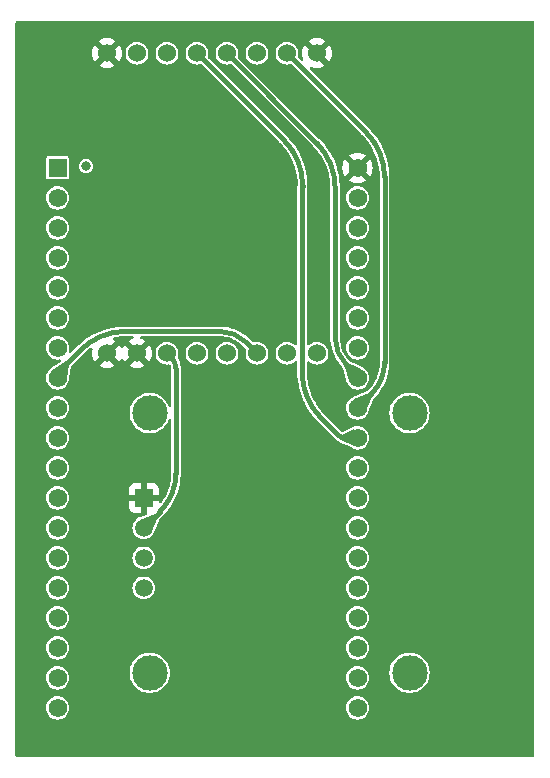
<source format=gbr>
%TF.GenerationSoftware,KiCad,Pcbnew,8.0.2-8.0.2-0~ubuntu20.04.1*%
%TF.CreationDate,2024-10-24T00:08:03+05:30*%
%TF.ProjectId,GroundStation,47726f75-6e64-4537-9461-74696f6e2e6b,rev?*%
%TF.SameCoordinates,Original*%
%TF.FileFunction,Copper,L2,Bot*%
%TF.FilePolarity,Positive*%
%FSLAX46Y46*%
G04 Gerber Fmt 4.6, Leading zero omitted, Abs format (unit mm)*
G04 Created by KiCad (PCBNEW 8.0.2-8.0.2-0~ubuntu20.04.1) date 2024-10-24 00:08:03*
%MOMM*%
%LPD*%
G01*
G04 APERTURE LIST*
%TA.AperFunction,ComponentPad*%
%ADD10C,1.524000*%
%TD*%
%TA.AperFunction,ComponentPad*%
%ADD11R,1.560000X1.560000*%
%TD*%
%TA.AperFunction,ComponentPad*%
%ADD12C,1.560000*%
%TD*%
%TA.AperFunction,ComponentPad*%
%ADD13R,1.508000X1.508000*%
%TD*%
%TA.AperFunction,ComponentPad*%
%ADD14C,1.508000*%
%TD*%
%TA.AperFunction,ComponentPad*%
%ADD15C,3.000000*%
%TD*%
%TA.AperFunction,ViaPad*%
%ADD16C,0.800000*%
%TD*%
%TA.AperFunction,Conductor*%
%ADD17C,0.400000*%
%TD*%
%TA.AperFunction,Conductor*%
%ADD18C,0.200000*%
%TD*%
G04 APERTURE END LIST*
D10*
%TO.P,U2,16,GND*%
%TO.N,GND*%
X114470000Y-54780000D03*
%TO.P,U2,15,NSS*%
%TO.N,NSS*%
X111930000Y-54780000D03*
%TO.P,U2,14,MOSI*%
%TO.N,MOSI*%
X109390000Y-54780000D03*
%TO.P,U2,13,MISO*%
%TO.N,MISO*%
X106850000Y-54780000D03*
%TO.P,U2,12,SCK*%
%TO.N,SCK*%
X104310000Y-54780000D03*
%TO.P,U2,11,DI05*%
%TO.N,unconnected-(U2-DI05-Pad11)*%
X101770000Y-54780000D03*
%TO.P,U2,10,DI04*%
%TO.N,unconnected-(U2-DI04-Pad10)*%
X99230000Y-54780000D03*
%TO.P,U2,9,GND*%
%TO.N,GND*%
X96690000Y-54780000D03*
%TO.P,U2,8,DI03*%
%TO.N,unconnected-(U2-DI03-Pad8)*%
X114470000Y-80180000D03*
%TO.P,U2,7,DI02*%
%TO.N,unconnected-(U2-DI02-Pad7)*%
X111930000Y-80180000D03*
%TO.P,U2,6,DI01*%
%TO.N,DI01*%
X109390000Y-80180000D03*
%TO.P,U2,5,DI00*%
%TO.N,DI00*%
X106850000Y-80180000D03*
%TO.P,U2,4,RESET*%
%TO.N,RESET*%
X104310000Y-80180000D03*
%TO.P,U2,3,3.3V*%
%TO.N,+3V3*%
X101770000Y-80180000D03*
%TO.P,U2,2,GND*%
%TO.N,GND*%
X99230000Y-80180000D03*
%TO.P,U2,1,GND*%
X96690000Y-80180000D03*
%TD*%
D11*
%TO.P,U1,J2-1,3V3*%
%TO.N,+3V3*%
X92504000Y-64490000D03*
D12*
%TO.P,U1,J2-2,EN*%
%TO.N,unconnected-(U1-EN-PadJ2-2)*%
X92504000Y-67030000D03*
%TO.P,U1,J2-3,SENSOR_VP*%
%TO.N,unconnected-(U1-SENSOR_VP-PadJ2-3)*%
X92504000Y-69570000D03*
%TO.P,U1,J2-4,SENSOR_VN*%
%TO.N,unconnected-(U1-SENSOR_VN-PadJ2-4)*%
X92504000Y-72110000D03*
%TO.P,U1,J2-5,IO34*%
%TO.N,unconnected-(U1-IO34-PadJ2-5)*%
X92504000Y-74650000D03*
%TO.P,U1,J2-6,IO35*%
%TO.N,unconnected-(U1-IO35-PadJ2-6)*%
X92504000Y-77190000D03*
%TO.P,U1,J2-7,IO32*%
%TO.N,unconnected-(U1-IO32-PadJ2-7)*%
X92504000Y-79730000D03*
%TO.P,U1,J2-8,IO33*%
%TO.N,DI01*%
X92504000Y-82270000D03*
%TO.P,U1,J2-9,IO25*%
%TO.N,unconnected-(U1-IO25-PadJ2-9)*%
X92504000Y-84810000D03*
%TO.P,U1,J2-10,IO26*%
%TO.N,DI00*%
X92504000Y-87350000D03*
%TO.P,U1,J2-11,IO27*%
%TO.N,MOSI*%
X92504000Y-89890000D03*
%TO.P,U1,J2-12,IO14*%
%TO.N,RESET*%
X92504000Y-92430000D03*
%TO.P,U1,J2-13,IO12*%
%TO.N,unconnected-(U1-IO12-PadJ2-13)*%
X92504000Y-94970000D03*
%TO.P,U1,J2-14,GND1*%
%TO.N,unconnected-(U1-GND1-PadJ2-14)*%
X92504000Y-97510000D03*
%TO.P,U1,J2-15,IO13*%
%TO.N,unconnected-(U1-IO13-PadJ2-15)*%
X92504000Y-100050000D03*
%TO.P,U1,J2-16,SD2*%
%TO.N,unconnected-(U1-SD2-PadJ2-16)*%
X92504000Y-102590000D03*
%TO.P,U1,J2-17,SD3*%
%TO.N,unconnected-(U1-SD3-PadJ2-17)*%
X92504000Y-105130000D03*
%TO.P,U1,J2-18,CMD*%
%TO.N,unconnected-(U1-CMD-PadJ2-18)*%
X92504000Y-107670000D03*
%TO.P,U1,J2-19,EXT_5V*%
%TO.N,unconnected-(U1-EXT_5V-PadJ2-19)*%
X92504000Y-110210000D03*
%TO.P,U1,J3-1,GND3*%
%TO.N,GND*%
X117904000Y-64490000D03*
%TO.P,U1,J3-2,IO23*%
%TO.N,unconnected-(U1-IO23-PadJ3-2)*%
X117904000Y-67030000D03*
%TO.P,U1,J3-3,IO22*%
%TO.N,SCL*%
X117904000Y-69570000D03*
%TO.P,U1,J3-4,TXD0*%
%TO.N,unconnected-(U1-TXD0-PadJ3-4)*%
X117904000Y-72110000D03*
%TO.P,U1,J3-5,RXD0*%
%TO.N,unconnected-(U1-RXD0-PadJ3-5)*%
X117904000Y-74650000D03*
%TO.P,U1,J3-6,IO21*%
%TO.N,SDA*%
X117904000Y-77190000D03*
%TO.P,U1,J3-7,GND2*%
%TO.N,unconnected-(U1-GND2-PadJ3-7)*%
X117904000Y-79730000D03*
%TO.P,U1,J3-8,IO19*%
%TO.N,MISO*%
X117904000Y-82270000D03*
%TO.P,U1,J3-9,IO18*%
%TO.N,NSS*%
X117904000Y-84810000D03*
%TO.P,U1,J3-10,IO5*%
%TO.N,SCK*%
X117904000Y-87350000D03*
%TO.P,U1,J3-11,IO17*%
%TO.N,unconnected-(U1-IO17-PadJ3-11)*%
X117904000Y-89890000D03*
%TO.P,U1,J3-12,IO16*%
%TO.N,unconnected-(U1-IO16-PadJ3-12)*%
X117904000Y-92430000D03*
%TO.P,U1,J3-13,IO4*%
%TO.N,unconnected-(U1-IO4-PadJ3-13)*%
X117904000Y-94970000D03*
%TO.P,U1,J3-14,IO0*%
%TO.N,unconnected-(U1-IO0-PadJ3-14)*%
X117904000Y-97510000D03*
%TO.P,U1,J3-15,IO2*%
%TO.N,unconnected-(U1-IO2-PadJ3-15)*%
X117904000Y-100050000D03*
%TO.P,U1,J3-16,IO15*%
%TO.N,unconnected-(U1-IO15-PadJ3-16)*%
X117904000Y-102590000D03*
%TO.P,U1,J3-17,SD1*%
%TO.N,unconnected-(U1-SD1-PadJ3-17)*%
X117904000Y-105130000D03*
%TO.P,U1,J3-18,SD0*%
%TO.N,unconnected-(U1-SD0-PadJ3-18)*%
X117904000Y-107670000D03*
%TO.P,U1,J3-19,CLK*%
%TO.N,unconnected-(U1-CLK-PadJ3-19)*%
X117904000Y-110210000D03*
%TD*%
D13*
%TO.P,U3,1,GND*%
%TO.N,GND*%
X99802500Y-92430000D03*
D14*
%TO.P,U3,2,VCC_IN*%
%TO.N,+3V3*%
X99802500Y-94970000D03*
%TO.P,U3,3,SCL*%
%TO.N,SCL*%
X99802500Y-97510000D03*
%TO.P,U3,4,SDA*%
%TO.N,SDA*%
X99802500Y-100050000D03*
D15*
%TO.P,U3,S1*%
%TO.N,N/C*%
X100302500Y-85240000D03*
%TO.P,U3,S2*%
X100302500Y-107240000D03*
%TO.P,U3,S3*%
X122302500Y-107240000D03*
%TO.P,U3,S4*%
X122302500Y-85240000D03*
%TD*%
D16*
%TO.N,GND*%
X96690000Y-56580000D03*
X116530000Y-62200000D03*
X117010000Y-54800000D03*
X97130000Y-93930000D03*
X99240000Y-81920000D03*
%TO.N,+3V3*%
X94910000Y-64340000D03*
%TD*%
D17*
%TO.N,SCK*%
X117621540Y-87403231D02*
X117652559Y-87372211D01*
X113260000Y-65983963D02*
X113235000Y-66008963D01*
D18*
X117787466Y-87350000D02*
X117904000Y-87350000D01*
D17*
X111666207Y-62136207D02*
X104310000Y-54780000D01*
X113210000Y-81806036D02*
X113210000Y-66069318D01*
X117087386Y-87460000D02*
X117484489Y-87460000D01*
X114803792Y-85653792D02*
X116272437Y-87122437D01*
X113235000Y-66008963D02*
G75*
G03*
X113210026Y-66069318I60400J-60337D01*
G01*
X117714680Y-87348231D02*
G75*
G03*
X117787466Y-87349999I72820J1498831D01*
G01*
X117714680Y-87348231D02*
G75*
G03*
X117652574Y-87372226I-3980J-82069D01*
G01*
X113260000Y-65983963D02*
G75*
G03*
X111666199Y-62136215I-5441600J-37D01*
G01*
X117087386Y-87460000D02*
G75*
G02*
X116272446Y-87122428I14J1152500D01*
G01*
X117484489Y-87460000D02*
G75*
G03*
X117621542Y-87403233I11J193800D01*
G01*
X114803792Y-85653792D02*
G75*
G02*
X113209989Y-81806036I3847808J3847792D01*
G01*
D18*
%TO.N,DI01*%
X92504000Y-82063000D02*
X92504000Y-82270000D01*
D17*
X94436206Y-79923792D02*
X92650371Y-81709628D01*
X98283963Y-78330000D02*
X106231852Y-78330000D01*
X108465000Y-79255000D02*
X109390000Y-80180000D01*
X94436206Y-79923792D02*
G75*
G02*
X98283963Y-78329988I3847794J-3847808D01*
G01*
X108465000Y-79255000D02*
G75*
G03*
X106231852Y-78330020I-2233100J-2233100D01*
G01*
X92504000Y-82063000D02*
G75*
G02*
X92650380Y-81709637I499700J0D01*
G01*
%TO.N,+3V3*%
X102150999Y-80560999D02*
X101770000Y-80180000D01*
X102531999Y-81480813D02*
X102531999Y-90310453D01*
X101167249Y-93605250D02*
X99802500Y-94970000D01*
X102531999Y-81480813D02*
G75*
G03*
X102151003Y-80560995I-1300799J13D01*
G01*
X101167249Y-93605250D02*
G75*
G03*
X102531979Y-90310453I-3294749J3294750D01*
G01*
%TO.N,MISO*%
X114416207Y-62346207D02*
X106850000Y-54780000D01*
D18*
X117904000Y-82191052D02*
X117904000Y-82270000D01*
D17*
X116957000Y-81165105D02*
X117848175Y-82056280D01*
X116010000Y-66193963D02*
X116010000Y-78878844D01*
X116010000Y-66193963D02*
G75*
G03*
X114416199Y-62346215I-5441600J-37D01*
G01*
X116957000Y-81165105D02*
G75*
G02*
X116009980Y-78878844I2286300J2286305D01*
G01*
X117904000Y-82191052D02*
G75*
G03*
X117848152Y-82056303I-190600J-48D01*
G01*
%TO.N,NSS*%
X118606207Y-61456207D02*
X111930000Y-54780000D01*
X120200000Y-65303963D02*
X120200000Y-80890482D01*
X119052000Y-83662000D02*
X117904000Y-84810000D01*
X119052000Y-83662000D02*
G75*
G03*
X120199993Y-80890482I-2771500J2771500D01*
G01*
X120200000Y-65303963D02*
G75*
G03*
X118606199Y-61456215I-5441600J-37D01*
G01*
%TD*%
%TA.AperFunction,Conductor*%
%TO.N,GND*%
G36*
X98888778Y-78750185D02*
G01*
X98934533Y-78802989D01*
X98944477Y-78872147D01*
X98915452Y-78935703D01*
X98856674Y-78973477D01*
X98853833Y-78974275D01*
X98796726Y-78989576D01*
X98796720Y-78989579D01*
X98596590Y-79082901D01*
X98531811Y-79128258D01*
X99202553Y-79799000D01*
X99179840Y-79799000D01*
X99082939Y-79824964D01*
X98996060Y-79875124D01*
X98925124Y-79946060D01*
X98874964Y-80032939D01*
X98849000Y-80129840D01*
X98849000Y-80152553D01*
X98178258Y-79481811D01*
X98132901Y-79546590D01*
X98072382Y-79676373D01*
X98026209Y-79728812D01*
X97959016Y-79747964D01*
X97892135Y-79727748D01*
X97847618Y-79676373D01*
X97787096Y-79546586D01*
X97741741Y-79481811D01*
X97741740Y-79481810D01*
X97071000Y-80152551D01*
X97071000Y-80129840D01*
X97045036Y-80032939D01*
X96994876Y-79946060D01*
X96923940Y-79875124D01*
X96837061Y-79824964D01*
X96740160Y-79799000D01*
X96717446Y-79799000D01*
X97388188Y-79128258D01*
X97323411Y-79082901D01*
X97323409Y-79082900D01*
X97281691Y-79063447D01*
X97229252Y-79017275D01*
X97210100Y-78950081D01*
X97230316Y-78883200D01*
X97283481Y-78837866D01*
X97309898Y-78829449D01*
X97490620Y-78793500D01*
X97500186Y-78791985D01*
X97883629Y-78746600D01*
X97893296Y-78745839D01*
X98281218Y-78730596D01*
X98286087Y-78730500D01*
X98821739Y-78730500D01*
X98888778Y-78750185D01*
G37*
%TD.AperFunction*%
%TA.AperFunction,Conductor*%
G36*
X132822539Y-52080185D02*
G01*
X132868294Y-52132989D01*
X132879500Y-52184500D01*
X132879500Y-114255500D01*
X132859815Y-114322539D01*
X132807011Y-114368294D01*
X132755500Y-114379500D01*
X89064500Y-114379500D01*
X88997461Y-114359815D01*
X88951706Y-114307011D01*
X88940500Y-114255500D01*
X88940500Y-110210000D01*
X91518756Y-110210000D01*
X91537686Y-110402210D01*
X91537687Y-110402212D01*
X91593753Y-110587037D01*
X91684800Y-110757372D01*
X91684802Y-110757374D01*
X91807326Y-110906673D01*
X91897507Y-110980681D01*
X91956628Y-111029200D01*
X92126963Y-111120247D01*
X92311788Y-111176313D01*
X92504000Y-111195244D01*
X92696212Y-111176313D01*
X92881037Y-111120247D01*
X93051372Y-111029200D01*
X93200673Y-110906673D01*
X93323200Y-110757372D01*
X93414247Y-110587037D01*
X93470313Y-110402212D01*
X93489244Y-110210000D01*
X116918756Y-110210000D01*
X116937686Y-110402210D01*
X116937687Y-110402212D01*
X116993753Y-110587037D01*
X117084800Y-110757372D01*
X117084802Y-110757374D01*
X117207326Y-110906673D01*
X117297507Y-110980681D01*
X117356628Y-111029200D01*
X117526963Y-111120247D01*
X117711788Y-111176313D01*
X117904000Y-111195244D01*
X118096212Y-111176313D01*
X118281037Y-111120247D01*
X118451372Y-111029200D01*
X118600673Y-110906673D01*
X118723200Y-110757372D01*
X118814247Y-110587037D01*
X118870313Y-110402212D01*
X118889244Y-110210000D01*
X118870313Y-110017788D01*
X118814247Y-109832963D01*
X118723200Y-109662628D01*
X118674681Y-109603507D01*
X118600673Y-109513326D01*
X118451374Y-109390802D01*
X118451375Y-109390802D01*
X118451372Y-109390800D01*
X118281037Y-109299753D01*
X118188624Y-109271720D01*
X118096210Y-109243686D01*
X117904000Y-109224756D01*
X117711789Y-109243686D01*
X117526960Y-109299754D01*
X117424154Y-109354706D01*
X117356628Y-109390800D01*
X117356626Y-109390801D01*
X117356625Y-109390802D01*
X117207326Y-109513326D01*
X117084802Y-109662625D01*
X116993754Y-109832960D01*
X116937686Y-110017789D01*
X116918756Y-110210000D01*
X93489244Y-110210000D01*
X93470313Y-110017788D01*
X93414247Y-109832963D01*
X93323200Y-109662628D01*
X93274681Y-109603507D01*
X93200673Y-109513326D01*
X93051374Y-109390802D01*
X93051375Y-109390802D01*
X93051372Y-109390800D01*
X92881037Y-109299753D01*
X92788624Y-109271720D01*
X92696210Y-109243686D01*
X92504000Y-109224756D01*
X92311789Y-109243686D01*
X92126960Y-109299754D01*
X92024154Y-109354706D01*
X91956628Y-109390800D01*
X91956626Y-109390801D01*
X91956625Y-109390802D01*
X91807326Y-109513326D01*
X91684802Y-109662625D01*
X91593754Y-109832960D01*
X91537686Y-110017789D01*
X91518756Y-110210000D01*
X88940500Y-110210000D01*
X88940500Y-107670000D01*
X91518756Y-107670000D01*
X91537686Y-107862210D01*
X91537687Y-107862212D01*
X91593753Y-108047037D01*
X91684800Y-108217372D01*
X91684802Y-108217374D01*
X91807326Y-108366673D01*
X91897507Y-108440681D01*
X91956628Y-108489200D01*
X92126963Y-108580247D01*
X92311788Y-108636313D01*
X92504000Y-108655244D01*
X92696212Y-108636313D01*
X92881037Y-108580247D01*
X93051372Y-108489200D01*
X93200673Y-108366673D01*
X93323200Y-108217372D01*
X93414247Y-108047037D01*
X93470313Y-107862212D01*
X93489244Y-107670000D01*
X93470313Y-107477788D01*
X93414247Y-107292963D01*
X93385935Y-107239995D01*
X98597232Y-107239995D01*
X98597232Y-107240004D01*
X98616277Y-107494154D01*
X98616278Y-107494157D01*
X98672992Y-107742637D01*
X98766107Y-107979888D01*
X98893541Y-108200612D01*
X99052450Y-108399877D01*
X99239283Y-108573232D01*
X99449866Y-108716805D01*
X99449871Y-108716807D01*
X99449872Y-108716808D01*
X99449873Y-108716809D01*
X99571828Y-108775538D01*
X99679492Y-108827387D01*
X99679493Y-108827387D01*
X99679496Y-108827389D01*
X99923042Y-108902513D01*
X100175065Y-108940500D01*
X100429935Y-108940500D01*
X100681958Y-108902513D01*
X100925504Y-108827389D01*
X101155134Y-108716805D01*
X101365717Y-108573232D01*
X101552550Y-108399877D01*
X101711459Y-108200612D01*
X101838893Y-107979888D01*
X101932008Y-107742637D01*
X101948587Y-107670000D01*
X116918756Y-107670000D01*
X116937686Y-107862210D01*
X116937687Y-107862212D01*
X116993753Y-108047037D01*
X117084800Y-108217372D01*
X117084802Y-108217374D01*
X117207326Y-108366673D01*
X117297507Y-108440681D01*
X117356628Y-108489200D01*
X117526963Y-108580247D01*
X117711788Y-108636313D01*
X117904000Y-108655244D01*
X118096212Y-108636313D01*
X118281037Y-108580247D01*
X118451372Y-108489200D01*
X118600673Y-108366673D01*
X118723200Y-108217372D01*
X118814247Y-108047037D01*
X118870313Y-107862212D01*
X118889244Y-107670000D01*
X118870313Y-107477788D01*
X118814247Y-107292963D01*
X118785935Y-107239995D01*
X120597232Y-107239995D01*
X120597232Y-107240004D01*
X120616277Y-107494154D01*
X120616278Y-107494157D01*
X120672992Y-107742637D01*
X120766107Y-107979888D01*
X120893541Y-108200612D01*
X121052450Y-108399877D01*
X121239283Y-108573232D01*
X121449866Y-108716805D01*
X121449871Y-108716807D01*
X121449872Y-108716808D01*
X121449873Y-108716809D01*
X121571828Y-108775538D01*
X121679492Y-108827387D01*
X121679493Y-108827387D01*
X121679496Y-108827389D01*
X121923042Y-108902513D01*
X122175065Y-108940500D01*
X122429935Y-108940500D01*
X122681958Y-108902513D01*
X122925504Y-108827389D01*
X123155134Y-108716805D01*
X123365717Y-108573232D01*
X123552550Y-108399877D01*
X123711459Y-108200612D01*
X123838893Y-107979888D01*
X123932008Y-107742637D01*
X123988722Y-107494157D01*
X124007768Y-107240000D01*
X123998972Y-107122628D01*
X123988722Y-106985845D01*
X123957899Y-106850802D01*
X123932008Y-106737363D01*
X123838893Y-106500112D01*
X123711459Y-106279388D01*
X123552550Y-106080123D01*
X123365717Y-105906768D01*
X123155134Y-105763195D01*
X123155130Y-105763193D01*
X123155127Y-105763191D01*
X123155126Y-105763190D01*
X122925506Y-105652612D01*
X122925508Y-105652612D01*
X122681966Y-105577489D01*
X122681962Y-105577488D01*
X122681958Y-105577487D01*
X122560731Y-105559214D01*
X122429940Y-105539500D01*
X122429935Y-105539500D01*
X122175065Y-105539500D01*
X122175059Y-105539500D01*
X122018109Y-105563157D01*
X121923042Y-105577487D01*
X121923039Y-105577488D01*
X121923033Y-105577489D01*
X121679492Y-105652612D01*
X121449873Y-105763190D01*
X121449872Y-105763191D01*
X121239282Y-105906768D01*
X121052452Y-106080121D01*
X121052450Y-106080123D01*
X120893541Y-106279388D01*
X120766108Y-106500109D01*
X120672992Y-106737362D01*
X120672990Y-106737369D01*
X120616277Y-106985845D01*
X120597232Y-107239995D01*
X118785935Y-107239995D01*
X118723200Y-107122628D01*
X118674681Y-107063507D01*
X118600673Y-106973326D01*
X118451374Y-106850802D01*
X118451375Y-106850802D01*
X118451372Y-106850800D01*
X118281037Y-106759753D01*
X118188624Y-106731720D01*
X118096210Y-106703686D01*
X117904000Y-106684756D01*
X117711789Y-106703686D01*
X117526960Y-106759754D01*
X117424154Y-106814706D01*
X117356628Y-106850800D01*
X117356626Y-106850801D01*
X117356625Y-106850802D01*
X117207326Y-106973326D01*
X117084802Y-107122625D01*
X116993754Y-107292960D01*
X116937686Y-107477789D01*
X116918756Y-107670000D01*
X101948587Y-107670000D01*
X101988722Y-107494157D01*
X102007768Y-107240000D01*
X101998972Y-107122628D01*
X101988722Y-106985845D01*
X101957899Y-106850802D01*
X101932008Y-106737363D01*
X101838893Y-106500112D01*
X101711459Y-106279388D01*
X101552550Y-106080123D01*
X101365717Y-105906768D01*
X101155134Y-105763195D01*
X101155130Y-105763193D01*
X101155127Y-105763191D01*
X101155126Y-105763190D01*
X100925506Y-105652612D01*
X100925508Y-105652612D01*
X100681966Y-105577489D01*
X100681962Y-105577488D01*
X100681958Y-105577487D01*
X100560731Y-105559214D01*
X100429940Y-105539500D01*
X100429935Y-105539500D01*
X100175065Y-105539500D01*
X100175059Y-105539500D01*
X100018109Y-105563157D01*
X99923042Y-105577487D01*
X99923039Y-105577488D01*
X99923033Y-105577489D01*
X99679492Y-105652612D01*
X99449873Y-105763190D01*
X99449872Y-105763191D01*
X99239282Y-105906768D01*
X99052452Y-106080121D01*
X99052450Y-106080123D01*
X98893541Y-106279388D01*
X98766108Y-106500109D01*
X98672992Y-106737362D01*
X98672990Y-106737369D01*
X98616277Y-106985845D01*
X98597232Y-107239995D01*
X93385935Y-107239995D01*
X93323200Y-107122628D01*
X93274681Y-107063507D01*
X93200673Y-106973326D01*
X93051374Y-106850802D01*
X93051375Y-106850802D01*
X93051372Y-106850800D01*
X92881037Y-106759753D01*
X92788624Y-106731720D01*
X92696210Y-106703686D01*
X92504000Y-106684756D01*
X92311789Y-106703686D01*
X92126960Y-106759754D01*
X92024154Y-106814706D01*
X91956628Y-106850800D01*
X91956626Y-106850801D01*
X91956625Y-106850802D01*
X91807326Y-106973326D01*
X91684802Y-107122625D01*
X91593754Y-107292960D01*
X91537686Y-107477789D01*
X91518756Y-107670000D01*
X88940500Y-107670000D01*
X88940500Y-105130000D01*
X91518756Y-105130000D01*
X91537686Y-105322210D01*
X91537687Y-105322212D01*
X91593753Y-105507037D01*
X91684800Y-105677372D01*
X91684802Y-105677374D01*
X91807326Y-105826673D01*
X91897507Y-105900681D01*
X91956628Y-105949200D01*
X92126963Y-106040247D01*
X92311788Y-106096313D01*
X92504000Y-106115244D01*
X92696212Y-106096313D01*
X92881037Y-106040247D01*
X93051372Y-105949200D01*
X93200673Y-105826673D01*
X93323200Y-105677372D01*
X93414247Y-105507037D01*
X93470313Y-105322212D01*
X93489244Y-105130000D01*
X116918756Y-105130000D01*
X116937686Y-105322210D01*
X116937687Y-105322212D01*
X116993753Y-105507037D01*
X117084800Y-105677372D01*
X117084802Y-105677374D01*
X117207326Y-105826673D01*
X117297507Y-105900681D01*
X117356628Y-105949200D01*
X117526963Y-106040247D01*
X117711788Y-106096313D01*
X117904000Y-106115244D01*
X118096212Y-106096313D01*
X118281037Y-106040247D01*
X118451372Y-105949200D01*
X118600673Y-105826673D01*
X118723200Y-105677372D01*
X118814247Y-105507037D01*
X118870313Y-105322212D01*
X118889244Y-105130000D01*
X118870313Y-104937788D01*
X118814247Y-104752963D01*
X118723200Y-104582628D01*
X118674681Y-104523507D01*
X118600673Y-104433326D01*
X118451374Y-104310802D01*
X118451375Y-104310802D01*
X118451372Y-104310800D01*
X118281037Y-104219753D01*
X118188624Y-104191720D01*
X118096210Y-104163686D01*
X117904000Y-104144756D01*
X117711789Y-104163686D01*
X117526960Y-104219754D01*
X117424154Y-104274706D01*
X117356628Y-104310800D01*
X117356626Y-104310801D01*
X117356625Y-104310802D01*
X117207326Y-104433326D01*
X117084802Y-104582625D01*
X116993754Y-104752960D01*
X116937686Y-104937789D01*
X116918756Y-105130000D01*
X93489244Y-105130000D01*
X93470313Y-104937788D01*
X93414247Y-104752963D01*
X93323200Y-104582628D01*
X93274681Y-104523507D01*
X93200673Y-104433326D01*
X93051374Y-104310802D01*
X93051375Y-104310802D01*
X93051372Y-104310800D01*
X92881037Y-104219753D01*
X92788624Y-104191720D01*
X92696210Y-104163686D01*
X92504000Y-104144756D01*
X92311789Y-104163686D01*
X92126960Y-104219754D01*
X92024154Y-104274706D01*
X91956628Y-104310800D01*
X91956626Y-104310801D01*
X91956625Y-104310802D01*
X91807326Y-104433326D01*
X91684802Y-104582625D01*
X91593754Y-104752960D01*
X91537686Y-104937789D01*
X91518756Y-105130000D01*
X88940500Y-105130000D01*
X88940500Y-102590000D01*
X91518756Y-102590000D01*
X91537686Y-102782210D01*
X91537687Y-102782212D01*
X91593753Y-102967037D01*
X91684800Y-103137372D01*
X91684802Y-103137374D01*
X91807326Y-103286673D01*
X91897507Y-103360681D01*
X91956628Y-103409200D01*
X92126963Y-103500247D01*
X92311788Y-103556313D01*
X92504000Y-103575244D01*
X92696212Y-103556313D01*
X92881037Y-103500247D01*
X93051372Y-103409200D01*
X93200673Y-103286673D01*
X93323200Y-103137372D01*
X93414247Y-102967037D01*
X93470313Y-102782212D01*
X93489244Y-102590000D01*
X116918756Y-102590000D01*
X116937686Y-102782210D01*
X116937687Y-102782212D01*
X116993753Y-102967037D01*
X117084800Y-103137372D01*
X117084802Y-103137374D01*
X117207326Y-103286673D01*
X117297507Y-103360681D01*
X117356628Y-103409200D01*
X117526963Y-103500247D01*
X117711788Y-103556313D01*
X117904000Y-103575244D01*
X118096212Y-103556313D01*
X118281037Y-103500247D01*
X118451372Y-103409200D01*
X118600673Y-103286673D01*
X118723200Y-103137372D01*
X118814247Y-102967037D01*
X118870313Y-102782212D01*
X118889244Y-102590000D01*
X118870313Y-102397788D01*
X118814247Y-102212963D01*
X118723200Y-102042628D01*
X118674681Y-101983507D01*
X118600673Y-101893326D01*
X118451374Y-101770802D01*
X118451375Y-101770802D01*
X118451372Y-101770800D01*
X118281037Y-101679753D01*
X118188624Y-101651720D01*
X118096210Y-101623686D01*
X117904000Y-101604756D01*
X117711789Y-101623686D01*
X117526960Y-101679754D01*
X117424154Y-101734706D01*
X117356628Y-101770800D01*
X117356626Y-101770801D01*
X117356625Y-101770802D01*
X117207326Y-101893326D01*
X117084802Y-102042625D01*
X116993754Y-102212960D01*
X116937686Y-102397789D01*
X116918756Y-102590000D01*
X93489244Y-102590000D01*
X93470313Y-102397788D01*
X93414247Y-102212963D01*
X93323200Y-102042628D01*
X93274681Y-101983507D01*
X93200673Y-101893326D01*
X93051374Y-101770802D01*
X93051375Y-101770802D01*
X93051372Y-101770800D01*
X92881037Y-101679753D01*
X92788624Y-101651720D01*
X92696210Y-101623686D01*
X92504000Y-101604756D01*
X92311789Y-101623686D01*
X92126960Y-101679754D01*
X92024154Y-101734706D01*
X91956628Y-101770800D01*
X91956626Y-101770801D01*
X91956625Y-101770802D01*
X91807326Y-101893326D01*
X91684802Y-102042625D01*
X91593754Y-102212960D01*
X91537686Y-102397789D01*
X91518756Y-102590000D01*
X88940500Y-102590000D01*
X88940500Y-100050000D01*
X91518756Y-100050000D01*
X91537686Y-100242210D01*
X91537687Y-100242212D01*
X91593753Y-100427037D01*
X91684800Y-100597372D01*
X91684802Y-100597374D01*
X91807326Y-100746673D01*
X91897507Y-100820681D01*
X91956628Y-100869200D01*
X92126963Y-100960247D01*
X92311788Y-101016313D01*
X92504000Y-101035244D01*
X92696212Y-101016313D01*
X92881037Y-100960247D01*
X93051372Y-100869200D01*
X93200673Y-100746673D01*
X93323200Y-100597372D01*
X93414247Y-100427037D01*
X93470313Y-100242212D01*
X93489244Y-100050000D01*
X98843382Y-100050000D01*
X98861810Y-100237115D01*
X98861811Y-100237117D01*
X98916391Y-100417040D01*
X99005018Y-100582851D01*
X99005023Y-100582857D01*
X99124300Y-100728199D01*
X99269642Y-100847476D01*
X99269648Y-100847481D01*
X99435459Y-100936108D01*
X99435461Y-100936109D01*
X99615382Y-100990688D01*
X99615384Y-100990689D01*
X99632160Y-100992341D01*
X99802500Y-101009118D01*
X99989615Y-100990689D01*
X100169539Y-100936109D01*
X100230873Y-100903324D01*
X100335351Y-100847481D01*
X100335353Y-100847478D01*
X100335357Y-100847477D01*
X100480699Y-100728199D01*
X100599977Y-100582857D01*
X100599978Y-100582853D01*
X100599981Y-100582851D01*
X100655824Y-100478373D01*
X100688609Y-100417039D01*
X100743189Y-100237115D01*
X100761618Y-100050000D01*
X116918756Y-100050000D01*
X116937686Y-100242210D01*
X116937687Y-100242212D01*
X116993753Y-100427037D01*
X117084800Y-100597372D01*
X117084802Y-100597374D01*
X117207326Y-100746673D01*
X117297507Y-100820681D01*
X117356628Y-100869200D01*
X117526963Y-100960247D01*
X117711788Y-101016313D01*
X117904000Y-101035244D01*
X118096212Y-101016313D01*
X118281037Y-100960247D01*
X118451372Y-100869200D01*
X118600673Y-100746673D01*
X118723200Y-100597372D01*
X118814247Y-100427037D01*
X118870313Y-100242212D01*
X118889244Y-100050000D01*
X118870313Y-99857788D01*
X118814247Y-99672963D01*
X118723200Y-99502628D01*
X118674681Y-99443507D01*
X118600673Y-99353326D01*
X118451374Y-99230802D01*
X118451375Y-99230802D01*
X118451372Y-99230800D01*
X118281037Y-99139753D01*
X118180680Y-99109310D01*
X118096210Y-99083686D01*
X117904000Y-99064756D01*
X117711789Y-99083686D01*
X117526960Y-99139754D01*
X117481804Y-99163891D01*
X117356628Y-99230800D01*
X117356626Y-99230801D01*
X117356625Y-99230802D01*
X117207326Y-99353326D01*
X117084802Y-99502625D01*
X117084800Y-99502628D01*
X117077039Y-99517148D01*
X116993754Y-99672960D01*
X116937686Y-99857789D01*
X116918756Y-100050000D01*
X100761618Y-100050000D01*
X100743189Y-99862885D01*
X100688609Y-99682961D01*
X100683263Y-99672960D01*
X100599981Y-99517148D01*
X100599976Y-99517142D01*
X100480699Y-99371800D01*
X100335357Y-99252523D01*
X100335351Y-99252518D01*
X100169540Y-99163891D01*
X99989617Y-99109311D01*
X99989615Y-99109310D01*
X99802500Y-99090882D01*
X99615384Y-99109310D01*
X99615382Y-99109311D01*
X99435459Y-99163891D01*
X99269648Y-99252518D01*
X99269642Y-99252523D01*
X99124300Y-99371800D01*
X99005023Y-99517142D01*
X99005018Y-99517148D01*
X98916391Y-99682959D01*
X98861811Y-99862882D01*
X98861810Y-99862884D01*
X98843382Y-100050000D01*
X93489244Y-100050000D01*
X93470313Y-99857788D01*
X93414247Y-99672963D01*
X93323200Y-99502628D01*
X93274681Y-99443507D01*
X93200673Y-99353326D01*
X93051374Y-99230802D01*
X93051375Y-99230802D01*
X93051372Y-99230800D01*
X92881037Y-99139753D01*
X92780680Y-99109310D01*
X92696210Y-99083686D01*
X92504000Y-99064756D01*
X92311789Y-99083686D01*
X92126960Y-99139754D01*
X92081804Y-99163891D01*
X91956628Y-99230800D01*
X91956626Y-99230801D01*
X91956625Y-99230802D01*
X91807326Y-99353326D01*
X91684802Y-99502625D01*
X91684800Y-99502628D01*
X91677039Y-99517148D01*
X91593754Y-99672960D01*
X91537686Y-99857789D01*
X91518756Y-100050000D01*
X88940500Y-100050000D01*
X88940500Y-97510000D01*
X91518756Y-97510000D01*
X91537686Y-97702210D01*
X91537687Y-97702212D01*
X91593753Y-97887037D01*
X91684800Y-98057372D01*
X91684802Y-98057374D01*
X91807326Y-98206673D01*
X91897507Y-98280681D01*
X91956628Y-98329200D01*
X92126963Y-98420247D01*
X92311788Y-98476313D01*
X92504000Y-98495244D01*
X92696212Y-98476313D01*
X92881037Y-98420247D01*
X93051372Y-98329200D01*
X93200673Y-98206673D01*
X93323200Y-98057372D01*
X93414247Y-97887037D01*
X93470313Y-97702212D01*
X93489244Y-97510000D01*
X98843382Y-97510000D01*
X98861810Y-97697115D01*
X98861811Y-97697117D01*
X98916391Y-97877040D01*
X99005018Y-98042851D01*
X99005023Y-98042857D01*
X99124300Y-98188199D01*
X99269642Y-98307476D01*
X99269648Y-98307481D01*
X99435459Y-98396108D01*
X99435461Y-98396109D01*
X99615382Y-98450688D01*
X99615384Y-98450689D01*
X99632160Y-98452341D01*
X99802500Y-98469118D01*
X99989615Y-98450689D01*
X100169539Y-98396109D01*
X100230873Y-98363324D01*
X100335351Y-98307481D01*
X100335353Y-98307478D01*
X100335357Y-98307477D01*
X100480699Y-98188199D01*
X100599977Y-98042857D01*
X100599978Y-98042853D01*
X100599981Y-98042851D01*
X100655824Y-97938373D01*
X100688609Y-97877039D01*
X100743189Y-97697115D01*
X100761618Y-97510000D01*
X116918756Y-97510000D01*
X116937686Y-97702210D01*
X116937687Y-97702212D01*
X116993753Y-97887037D01*
X117084800Y-98057372D01*
X117084802Y-98057374D01*
X117207326Y-98206673D01*
X117297507Y-98280681D01*
X117356628Y-98329200D01*
X117526963Y-98420247D01*
X117711788Y-98476313D01*
X117904000Y-98495244D01*
X118096212Y-98476313D01*
X118281037Y-98420247D01*
X118451372Y-98329200D01*
X118600673Y-98206673D01*
X118723200Y-98057372D01*
X118814247Y-97887037D01*
X118870313Y-97702212D01*
X118889244Y-97510000D01*
X118870313Y-97317788D01*
X118814247Y-97132963D01*
X118723200Y-96962628D01*
X118674681Y-96903507D01*
X118600673Y-96813326D01*
X118451374Y-96690802D01*
X118451375Y-96690802D01*
X118451372Y-96690800D01*
X118281037Y-96599753D01*
X118180680Y-96569310D01*
X118096210Y-96543686D01*
X117904000Y-96524756D01*
X117711789Y-96543686D01*
X117526960Y-96599754D01*
X117481804Y-96623891D01*
X117356628Y-96690800D01*
X117356626Y-96690801D01*
X117356625Y-96690802D01*
X117207326Y-96813326D01*
X117084802Y-96962625D01*
X117084800Y-96962628D01*
X117077039Y-96977148D01*
X116993754Y-97132960D01*
X116937686Y-97317789D01*
X116918756Y-97510000D01*
X100761618Y-97510000D01*
X100743189Y-97322885D01*
X100688609Y-97142961D01*
X100683263Y-97132960D01*
X100599981Y-96977148D01*
X100599976Y-96977142D01*
X100480699Y-96831800D01*
X100335357Y-96712523D01*
X100335351Y-96712518D01*
X100169540Y-96623891D01*
X99989617Y-96569311D01*
X99989615Y-96569310D01*
X99802500Y-96550882D01*
X99615384Y-96569310D01*
X99615382Y-96569311D01*
X99435459Y-96623891D01*
X99269648Y-96712518D01*
X99269642Y-96712523D01*
X99124300Y-96831800D01*
X99005023Y-96977142D01*
X99005018Y-96977148D01*
X98916391Y-97142959D01*
X98861811Y-97322882D01*
X98861810Y-97322884D01*
X98843382Y-97510000D01*
X93489244Y-97510000D01*
X93470313Y-97317788D01*
X93414247Y-97132963D01*
X93323200Y-96962628D01*
X93274681Y-96903507D01*
X93200673Y-96813326D01*
X93051374Y-96690802D01*
X93051375Y-96690802D01*
X93051372Y-96690800D01*
X92881037Y-96599753D01*
X92780680Y-96569310D01*
X92696210Y-96543686D01*
X92504000Y-96524756D01*
X92311789Y-96543686D01*
X92126960Y-96599754D01*
X92081804Y-96623891D01*
X91956628Y-96690800D01*
X91956626Y-96690801D01*
X91956625Y-96690802D01*
X91807326Y-96813326D01*
X91684802Y-96962625D01*
X91684800Y-96962628D01*
X91677039Y-96977148D01*
X91593754Y-97132960D01*
X91537686Y-97317789D01*
X91518756Y-97510000D01*
X88940500Y-97510000D01*
X88940500Y-94970000D01*
X91518756Y-94970000D01*
X91537686Y-95162210D01*
X91537687Y-95162212D01*
X91593753Y-95347037D01*
X91684800Y-95517372D01*
X91684802Y-95517374D01*
X91807326Y-95666673D01*
X91897507Y-95740681D01*
X91956628Y-95789200D01*
X92126963Y-95880247D01*
X92311788Y-95936313D01*
X92504000Y-95955244D01*
X92696212Y-95936313D01*
X92881037Y-95880247D01*
X93051372Y-95789200D01*
X93200673Y-95666673D01*
X93323200Y-95517372D01*
X93414247Y-95347037D01*
X93470313Y-95162212D01*
X93489244Y-94970000D01*
X93470313Y-94777788D01*
X93414247Y-94592963D01*
X93323200Y-94422628D01*
X93274681Y-94363507D01*
X93200673Y-94273326D01*
X93077837Y-94172519D01*
X93051372Y-94150800D01*
X92881037Y-94059753D01*
X92788624Y-94031720D01*
X92696210Y-94003686D01*
X92504000Y-93984756D01*
X92311789Y-94003686D01*
X92126960Y-94059754D01*
X92081804Y-94083891D01*
X91956628Y-94150800D01*
X91956626Y-94150801D01*
X91956625Y-94150802D01*
X91807326Y-94273326D01*
X91684802Y-94422625D01*
X91684800Y-94422628D01*
X91677039Y-94437148D01*
X91593754Y-94592960D01*
X91537686Y-94777789D01*
X91518756Y-94970000D01*
X88940500Y-94970000D01*
X88940500Y-92430000D01*
X91518756Y-92430000D01*
X91537686Y-92622210D01*
X91537687Y-92622212D01*
X91593753Y-92807037D01*
X91684800Y-92977372D01*
X91684802Y-92977374D01*
X91807326Y-93126673D01*
X91897507Y-93200681D01*
X91956628Y-93249200D01*
X92126963Y-93340247D01*
X92311788Y-93396313D01*
X92504000Y-93415244D01*
X92696212Y-93396313D01*
X92881037Y-93340247D01*
X93051372Y-93249200D01*
X93200673Y-93126673D01*
X93323200Y-92977372D01*
X93414247Y-92807037D01*
X93470313Y-92622212D01*
X93489244Y-92430000D01*
X93470313Y-92237788D01*
X93414247Y-92052963D01*
X93323200Y-91882628D01*
X93232530Y-91772145D01*
X93200673Y-91733326D01*
X93072519Y-91628155D01*
X98548500Y-91628155D01*
X98548500Y-92180000D01*
X99369488Y-92180000D01*
X99336575Y-92237007D01*
X99302500Y-92364174D01*
X99302500Y-92495826D01*
X99336575Y-92622993D01*
X99369488Y-92680000D01*
X98548500Y-92680000D01*
X98548500Y-93231844D01*
X98554901Y-93291372D01*
X98554903Y-93291379D01*
X98605145Y-93426086D01*
X98605149Y-93426093D01*
X98691309Y-93541187D01*
X98691312Y-93541190D01*
X98806406Y-93627350D01*
X98806413Y-93627354D01*
X98941120Y-93677596D01*
X98941127Y-93677598D01*
X99000655Y-93683999D01*
X99000672Y-93684000D01*
X99552500Y-93684000D01*
X99552500Y-92863012D01*
X99609507Y-92895925D01*
X99736674Y-92930000D01*
X99868326Y-92930000D01*
X99995493Y-92895925D01*
X100052500Y-92863012D01*
X100052500Y-93710757D01*
X100053800Y-93713138D01*
X100052500Y-93731316D01*
X100052500Y-93735362D01*
X100052211Y-93735362D01*
X100048816Y-93782830D01*
X100006944Y-93838763D01*
X99980770Y-93853772D01*
X99442745Y-94080403D01*
X99435785Y-94083717D01*
X99269648Y-94172519D01*
X99269642Y-94172523D01*
X99124300Y-94291800D01*
X99005023Y-94437142D01*
X99005018Y-94437148D01*
X98916391Y-94602959D01*
X98861811Y-94782882D01*
X98861810Y-94782884D01*
X98843382Y-94970000D01*
X98861810Y-95157115D01*
X98861811Y-95157117D01*
X98916391Y-95337040D01*
X99005018Y-95502851D01*
X99005023Y-95502857D01*
X99124300Y-95648199D01*
X99269642Y-95767476D01*
X99269648Y-95767481D01*
X99435459Y-95856108D01*
X99435461Y-95856109D01*
X99615382Y-95910688D01*
X99615384Y-95910689D01*
X99632160Y-95912341D01*
X99802500Y-95929118D01*
X99989615Y-95910689D01*
X100169539Y-95856109D01*
X100230873Y-95823324D01*
X100335351Y-95767481D01*
X100335353Y-95767478D01*
X100335357Y-95767477D01*
X100480699Y-95648199D01*
X100599977Y-95502857D01*
X100688609Y-95337039D01*
X100688610Y-95337034D01*
X100688801Y-95336678D01*
X100692038Y-95329890D01*
X100692998Y-95327612D01*
X100843633Y-94970000D01*
X116918756Y-94970000D01*
X116937686Y-95162210D01*
X116937687Y-95162212D01*
X116993753Y-95347037D01*
X117084800Y-95517372D01*
X117084802Y-95517374D01*
X117207326Y-95666673D01*
X117297507Y-95740681D01*
X117356628Y-95789200D01*
X117526963Y-95880247D01*
X117711788Y-95936313D01*
X117904000Y-95955244D01*
X118096212Y-95936313D01*
X118281037Y-95880247D01*
X118451372Y-95789200D01*
X118600673Y-95666673D01*
X118723200Y-95517372D01*
X118814247Y-95347037D01*
X118870313Y-95162212D01*
X118889244Y-94970000D01*
X118870313Y-94777788D01*
X118814247Y-94592963D01*
X118723200Y-94422628D01*
X118674681Y-94363507D01*
X118600673Y-94273326D01*
X118477837Y-94172519D01*
X118451372Y-94150800D01*
X118281037Y-94059753D01*
X118188624Y-94031720D01*
X118096210Y-94003686D01*
X117904000Y-93984756D01*
X117711789Y-94003686D01*
X117526960Y-94059754D01*
X117481804Y-94083891D01*
X117356628Y-94150800D01*
X117356626Y-94150801D01*
X117356625Y-94150802D01*
X117207326Y-94273326D01*
X117084802Y-94422625D01*
X117084800Y-94422628D01*
X117077039Y-94437148D01*
X116993754Y-94592960D01*
X116937686Y-94777789D01*
X116918756Y-94970000D01*
X100843633Y-94970000D01*
X101179722Y-94172117D01*
X101206313Y-94132577D01*
X101414112Y-93924779D01*
X101414173Y-93924745D01*
X101450458Y-93888459D01*
X101450459Y-93888460D01*
X101591039Y-93747880D01*
X101731561Y-93583349D01*
X101849257Y-93445545D01*
X101849259Y-93445542D01*
X101849273Y-93445526D01*
X102082988Y-93123844D01*
X102290744Y-92784815D01*
X102471258Y-92430532D01*
X102471478Y-92430000D01*
X116918756Y-92430000D01*
X116937686Y-92622210D01*
X116937687Y-92622212D01*
X116993753Y-92807037D01*
X117084800Y-92977372D01*
X117084802Y-92977374D01*
X117207326Y-93126673D01*
X117297507Y-93200681D01*
X117356628Y-93249200D01*
X117526963Y-93340247D01*
X117711788Y-93396313D01*
X117904000Y-93415244D01*
X118096212Y-93396313D01*
X118281037Y-93340247D01*
X118451372Y-93249200D01*
X118600673Y-93126673D01*
X118723200Y-92977372D01*
X118814247Y-92807037D01*
X118870313Y-92622212D01*
X118889244Y-92430000D01*
X118870313Y-92237788D01*
X118814247Y-92052963D01*
X118723200Y-91882628D01*
X118632530Y-91772145D01*
X118600673Y-91733326D01*
X118451374Y-91610802D01*
X118451375Y-91610802D01*
X118451372Y-91610800D01*
X118281037Y-91519753D01*
X118188624Y-91491720D01*
X118096210Y-91463686D01*
X117904000Y-91444756D01*
X117711789Y-91463686D01*
X117526960Y-91519754D01*
X117435540Y-91568620D01*
X117356628Y-91610800D01*
X117356626Y-91610801D01*
X117356625Y-91610802D01*
X117207326Y-91733326D01*
X117084802Y-91882625D01*
X116993754Y-92052960D01*
X116937686Y-92237789D01*
X116918756Y-92430000D01*
X102471478Y-92430000D01*
X102623420Y-92063177D01*
X102746289Y-91685016D01*
X102839109Y-91298381D01*
X102901307Y-90905655D01*
X102932501Y-90509259D01*
X102932499Y-90310449D01*
X102932499Y-89890000D01*
X116918756Y-89890000D01*
X116937686Y-90082210D01*
X116937687Y-90082212D01*
X116993753Y-90267037D01*
X117084800Y-90437372D01*
X117084802Y-90437374D01*
X117207326Y-90586673D01*
X117297507Y-90660681D01*
X117356628Y-90709200D01*
X117526963Y-90800247D01*
X117711788Y-90856313D01*
X117904000Y-90875244D01*
X118096212Y-90856313D01*
X118281037Y-90800247D01*
X118451372Y-90709200D01*
X118600673Y-90586673D01*
X118723200Y-90437372D01*
X118814247Y-90267037D01*
X118870313Y-90082212D01*
X118889244Y-89890000D01*
X118870313Y-89697788D01*
X118814247Y-89512963D01*
X118723200Y-89342628D01*
X118674681Y-89283507D01*
X118600673Y-89193326D01*
X118451374Y-89070802D01*
X118451375Y-89070802D01*
X118451372Y-89070800D01*
X118281037Y-88979753D01*
X118188624Y-88951720D01*
X118096210Y-88923686D01*
X117904000Y-88904756D01*
X117711789Y-88923686D01*
X117526960Y-88979754D01*
X117424154Y-89034706D01*
X117356628Y-89070800D01*
X117356626Y-89070801D01*
X117356625Y-89070802D01*
X117207326Y-89193326D01*
X117084802Y-89342625D01*
X116993754Y-89512960D01*
X116937686Y-89697789D01*
X116918756Y-89890000D01*
X102932499Y-89890000D01*
X102932499Y-81428086D01*
X102932499Y-81419485D01*
X102932493Y-81419401D01*
X102932493Y-81402836D01*
X102932494Y-81369307D01*
X102903385Y-81148194D01*
X102901592Y-81141503D01*
X102883381Y-81073537D01*
X102845665Y-80932773D01*
X102845660Y-80932763D01*
X102845659Y-80932757D01*
X102760325Y-80726739D01*
X102760322Y-80726733D01*
X102760320Y-80726728D01*
X102688628Y-80602555D01*
X102672156Y-80534656D01*
X102677355Y-80504561D01*
X102718573Y-80368683D01*
X102737157Y-80180000D01*
X103342843Y-80180000D01*
X103361426Y-80368681D01*
X103375155Y-80413940D01*
X103416463Y-80550115D01*
X103416464Y-80550118D01*
X103416465Y-80550119D01*
X103416466Y-80550122D01*
X103505834Y-80717318D01*
X103505838Y-80717325D01*
X103626116Y-80863883D01*
X103772674Y-80984161D01*
X103772681Y-80984165D01*
X103939877Y-81073533D01*
X103939878Y-81073533D01*
X103939885Y-81073537D01*
X104121317Y-81128573D01*
X104121316Y-81128573D01*
X104138233Y-81130239D01*
X104310000Y-81147157D01*
X104498683Y-81128573D01*
X104680115Y-81073537D01*
X104847324Y-80984162D01*
X104993883Y-80863883D01*
X105114162Y-80717324D01*
X105203537Y-80550115D01*
X105258573Y-80368683D01*
X105277157Y-80180000D01*
X105882843Y-80180000D01*
X105901426Y-80368681D01*
X105915155Y-80413940D01*
X105956463Y-80550115D01*
X105956464Y-80550118D01*
X105956465Y-80550119D01*
X105956466Y-80550122D01*
X106045834Y-80717318D01*
X106045838Y-80717325D01*
X106166116Y-80863883D01*
X106312674Y-80984161D01*
X106312681Y-80984165D01*
X106479877Y-81073533D01*
X106479878Y-81073533D01*
X106479885Y-81073537D01*
X106661317Y-81128573D01*
X106661316Y-81128573D01*
X106678233Y-81130239D01*
X106850000Y-81147157D01*
X107038683Y-81128573D01*
X107220115Y-81073537D01*
X107387324Y-80984162D01*
X107533883Y-80863883D01*
X107654162Y-80717324D01*
X107743537Y-80550115D01*
X107798573Y-80368683D01*
X107817157Y-80180000D01*
X107798573Y-79991317D01*
X107743537Y-79809885D01*
X107729500Y-79783623D01*
X107654165Y-79642681D01*
X107654161Y-79642674D01*
X107533883Y-79496116D01*
X107387325Y-79375838D01*
X107387318Y-79375834D01*
X107220122Y-79286466D01*
X107220119Y-79286465D01*
X107220118Y-79286464D01*
X107220115Y-79286463D01*
X107038683Y-79231427D01*
X107038681Y-79231426D01*
X107038683Y-79231426D01*
X106850000Y-79212843D01*
X106661318Y-79231426D01*
X106554194Y-79263921D01*
X106479885Y-79286463D01*
X106479882Y-79286464D01*
X106479880Y-79286465D01*
X106479877Y-79286466D01*
X106312681Y-79375834D01*
X106312674Y-79375838D01*
X106166116Y-79496116D01*
X106045838Y-79642674D01*
X106045834Y-79642681D01*
X105956466Y-79809877D01*
X105956465Y-79809880D01*
X105901426Y-79991318D01*
X105882843Y-80180000D01*
X105277157Y-80180000D01*
X105258573Y-79991317D01*
X105203537Y-79809885D01*
X105189500Y-79783623D01*
X105114165Y-79642681D01*
X105114161Y-79642674D01*
X104993883Y-79496116D01*
X104847325Y-79375838D01*
X104847318Y-79375834D01*
X104680122Y-79286466D01*
X104680119Y-79286465D01*
X104680118Y-79286464D01*
X104680115Y-79286463D01*
X104498683Y-79231427D01*
X104498681Y-79231426D01*
X104498683Y-79231426D01*
X104310000Y-79212843D01*
X104121318Y-79231426D01*
X104014194Y-79263921D01*
X103939885Y-79286463D01*
X103939882Y-79286464D01*
X103939880Y-79286465D01*
X103939877Y-79286466D01*
X103772681Y-79375834D01*
X103772674Y-79375838D01*
X103626116Y-79496116D01*
X103505838Y-79642674D01*
X103505834Y-79642681D01*
X103416466Y-79809877D01*
X103416465Y-79809880D01*
X103361426Y-79991318D01*
X103342843Y-80180000D01*
X102737157Y-80180000D01*
X102718573Y-79991317D01*
X102663537Y-79809885D01*
X102649500Y-79783623D01*
X102574165Y-79642681D01*
X102574161Y-79642674D01*
X102453883Y-79496116D01*
X102307325Y-79375838D01*
X102307318Y-79375834D01*
X102140122Y-79286466D01*
X102140119Y-79286465D01*
X102140118Y-79286464D01*
X102140115Y-79286463D01*
X101958683Y-79231427D01*
X101958681Y-79231426D01*
X101958683Y-79231426D01*
X101770000Y-79212843D01*
X101581318Y-79231426D01*
X101474194Y-79263921D01*
X101399885Y-79286463D01*
X101399882Y-79286464D01*
X101399880Y-79286465D01*
X101399877Y-79286466D01*
X101232681Y-79375834D01*
X101232674Y-79375838D01*
X101086116Y-79496116D01*
X100965838Y-79642674D01*
X100965834Y-79642681D01*
X100876466Y-79809877D01*
X100876465Y-79809880D01*
X100821426Y-79991318D01*
X100802843Y-80180000D01*
X100821426Y-80368681D01*
X100835155Y-80413940D01*
X100876463Y-80550115D01*
X100876464Y-80550118D01*
X100876465Y-80550119D01*
X100876466Y-80550122D01*
X100965834Y-80717318D01*
X100965838Y-80717325D01*
X101086116Y-80863883D01*
X101232674Y-80984161D01*
X101232681Y-80984165D01*
X101399877Y-81073533D01*
X101399878Y-81073533D01*
X101399885Y-81073537D01*
X101581317Y-81128573D01*
X101581316Y-81128573D01*
X101599900Y-81130403D01*
X101770000Y-81147157D01*
X101958683Y-81128573D01*
X101958683Y-81128572D01*
X101959586Y-81128484D01*
X102028232Y-81141503D01*
X102078942Y-81189568D01*
X102092314Y-81222941D01*
X102118131Y-81330480D01*
X102121175Y-81349697D01*
X102125357Y-81402836D01*
X102131117Y-81476037D01*
X102131499Y-81485753D01*
X102131499Y-84590303D01*
X102111814Y-84657342D01*
X102059010Y-84703097D01*
X101989852Y-84713041D01*
X101926296Y-84684016D01*
X101892071Y-84635606D01*
X101885078Y-84617788D01*
X101838893Y-84500112D01*
X101711459Y-84279388D01*
X101552550Y-84080123D01*
X101365717Y-83906768D01*
X101155134Y-83763195D01*
X101155130Y-83763193D01*
X101155127Y-83763191D01*
X101155126Y-83763190D01*
X100925506Y-83652612D01*
X100925508Y-83652612D01*
X100681966Y-83577489D01*
X100681962Y-83577488D01*
X100681958Y-83577487D01*
X100560731Y-83559214D01*
X100429940Y-83539500D01*
X100429935Y-83539500D01*
X100175065Y-83539500D01*
X100175059Y-83539500D01*
X100018109Y-83563157D01*
X99923042Y-83577487D01*
X99923039Y-83577488D01*
X99923033Y-83577489D01*
X99679492Y-83652612D01*
X99449873Y-83763190D01*
X99449872Y-83763191D01*
X99239282Y-83906768D01*
X99052452Y-84080121D01*
X99052450Y-84080123D01*
X98893541Y-84279388D01*
X98766108Y-84500109D01*
X98672992Y-84737362D01*
X98672990Y-84737369D01*
X98616277Y-84985845D01*
X98597232Y-85239995D01*
X98597232Y-85240004D01*
X98616277Y-85494154D01*
X98667881Y-85720247D01*
X98672992Y-85742637D01*
X98766107Y-85979888D01*
X98893541Y-86200612D01*
X99052450Y-86399877D01*
X99239283Y-86573232D01*
X99449866Y-86716805D01*
X99449871Y-86716807D01*
X99449872Y-86716808D01*
X99449873Y-86716809D01*
X99571828Y-86775538D01*
X99679492Y-86827387D01*
X99679493Y-86827387D01*
X99679496Y-86827389D01*
X99923042Y-86902513D01*
X100175065Y-86940500D01*
X100429935Y-86940500D01*
X100681958Y-86902513D01*
X100925504Y-86827389D01*
X101155134Y-86716805D01*
X101365717Y-86573232D01*
X101552550Y-86399877D01*
X101711459Y-86200612D01*
X101838893Y-85979888D01*
X101892071Y-85844392D01*
X101934887Y-85789180D01*
X102000757Y-85765879D01*
X102068768Y-85781890D01*
X102117326Y-85832128D01*
X102131499Y-85889696D01*
X102131499Y-90307753D01*
X102131381Y-90313161D01*
X102115531Y-90676252D01*
X102114588Y-90687028D01*
X102067508Y-91044661D01*
X102065630Y-91055315D01*
X101987555Y-91407500D01*
X101984755Y-91417949D01*
X101876284Y-91761980D01*
X101872584Y-91772145D01*
X101734544Y-92105410D01*
X101729972Y-92115215D01*
X101563410Y-92435179D01*
X101558002Y-92444547D01*
X101364179Y-92748791D01*
X101357974Y-92757652D01*
X101278876Y-92860736D01*
X101222449Y-92901939D01*
X101152703Y-92906094D01*
X101091782Y-92871882D01*
X101059029Y-92810165D01*
X101056500Y-92785250D01*
X101056500Y-92680000D01*
X100235512Y-92680000D01*
X100268425Y-92622993D01*
X100302500Y-92495826D01*
X100302500Y-92364174D01*
X100268425Y-92237007D01*
X100235512Y-92180000D01*
X101056500Y-92180000D01*
X101056500Y-91628172D01*
X101056499Y-91628155D01*
X101050098Y-91568627D01*
X101050096Y-91568620D01*
X100999854Y-91433913D01*
X100999850Y-91433906D01*
X100913690Y-91318812D01*
X100913687Y-91318809D01*
X100798593Y-91232649D01*
X100798586Y-91232645D01*
X100663879Y-91182403D01*
X100663872Y-91182401D01*
X100604344Y-91176000D01*
X100052500Y-91176000D01*
X100052500Y-91996988D01*
X99995493Y-91964075D01*
X99868326Y-91930000D01*
X99736674Y-91930000D01*
X99609507Y-91964075D01*
X99552500Y-91996988D01*
X99552500Y-91176000D01*
X99000655Y-91176000D01*
X98941127Y-91182401D01*
X98941120Y-91182403D01*
X98806413Y-91232645D01*
X98806406Y-91232649D01*
X98691312Y-91318809D01*
X98691309Y-91318812D01*
X98605149Y-91433906D01*
X98605145Y-91433913D01*
X98554903Y-91568620D01*
X98554901Y-91568627D01*
X98548500Y-91628155D01*
X93072519Y-91628155D01*
X93051374Y-91610802D01*
X93051375Y-91610802D01*
X93051372Y-91610800D01*
X92881037Y-91519753D01*
X92788624Y-91491720D01*
X92696210Y-91463686D01*
X92504000Y-91444756D01*
X92311789Y-91463686D01*
X92126960Y-91519754D01*
X92035540Y-91568620D01*
X91956628Y-91610800D01*
X91956626Y-91610801D01*
X91956625Y-91610802D01*
X91807326Y-91733326D01*
X91684802Y-91882625D01*
X91593754Y-92052960D01*
X91537686Y-92237789D01*
X91518756Y-92430000D01*
X88940500Y-92430000D01*
X88940500Y-89890000D01*
X91518756Y-89890000D01*
X91537686Y-90082210D01*
X91537687Y-90082212D01*
X91593753Y-90267037D01*
X91684800Y-90437372D01*
X91684802Y-90437374D01*
X91807326Y-90586673D01*
X91897507Y-90660681D01*
X91956628Y-90709200D01*
X92126963Y-90800247D01*
X92311788Y-90856313D01*
X92504000Y-90875244D01*
X92696212Y-90856313D01*
X92881037Y-90800247D01*
X93051372Y-90709200D01*
X93200673Y-90586673D01*
X93323200Y-90437372D01*
X93414247Y-90267037D01*
X93470313Y-90082212D01*
X93489244Y-89890000D01*
X93470313Y-89697788D01*
X93414247Y-89512963D01*
X93323200Y-89342628D01*
X93274681Y-89283507D01*
X93200673Y-89193326D01*
X93051374Y-89070802D01*
X93051375Y-89070802D01*
X93051372Y-89070800D01*
X92881037Y-88979753D01*
X92788624Y-88951720D01*
X92696210Y-88923686D01*
X92504000Y-88904756D01*
X92311789Y-88923686D01*
X92126960Y-88979754D01*
X92024154Y-89034706D01*
X91956628Y-89070800D01*
X91956626Y-89070801D01*
X91956625Y-89070802D01*
X91807326Y-89193326D01*
X91684802Y-89342625D01*
X91593754Y-89512960D01*
X91537686Y-89697789D01*
X91518756Y-89890000D01*
X88940500Y-89890000D01*
X88940500Y-87350000D01*
X91518756Y-87350000D01*
X91537686Y-87542210D01*
X91559501Y-87614122D01*
X91593753Y-87727037D01*
X91684800Y-87897372D01*
X91684802Y-87897374D01*
X91807326Y-88046673D01*
X91897507Y-88120681D01*
X91956628Y-88169200D01*
X92126963Y-88260247D01*
X92311788Y-88316313D01*
X92504000Y-88335244D01*
X92696212Y-88316313D01*
X92881037Y-88260247D01*
X93051372Y-88169200D01*
X93200673Y-88046673D01*
X93323200Y-87897372D01*
X93414247Y-87727037D01*
X93470313Y-87542212D01*
X93489244Y-87350000D01*
X93470313Y-87157788D01*
X93414247Y-86972963D01*
X93323200Y-86802628D01*
X93252768Y-86716805D01*
X93200673Y-86653326D01*
X93051374Y-86530802D01*
X93051375Y-86530802D01*
X93051372Y-86530800D01*
X92881037Y-86439753D01*
X92749587Y-86399878D01*
X92696210Y-86383686D01*
X92504000Y-86364756D01*
X92311789Y-86383686D01*
X92148097Y-86433341D01*
X92126967Y-86439752D01*
X92126960Y-86439754D01*
X92024154Y-86494706D01*
X91956628Y-86530800D01*
X91956626Y-86530801D01*
X91956625Y-86530802D01*
X91807326Y-86653326D01*
X91684802Y-86802625D01*
X91684800Y-86802628D01*
X91665228Y-86839245D01*
X91593754Y-86972960D01*
X91537686Y-87157789D01*
X91518756Y-87350000D01*
X88940500Y-87350000D01*
X88940500Y-84810000D01*
X91518756Y-84810000D01*
X91537686Y-85002210D01*
X91537687Y-85002212D01*
X91593753Y-85187037D01*
X91684800Y-85357372D01*
X91717145Y-85396785D01*
X91807326Y-85506673D01*
X91897507Y-85580681D01*
X91956628Y-85629200D01*
X92126963Y-85720247D01*
X92311788Y-85776313D01*
X92504000Y-85795244D01*
X92696212Y-85776313D01*
X92881037Y-85720247D01*
X93051372Y-85629200D01*
X93200673Y-85506673D01*
X93323200Y-85357372D01*
X93414247Y-85187037D01*
X93470313Y-85002212D01*
X93489244Y-84810000D01*
X93470313Y-84617788D01*
X93414247Y-84432963D01*
X93323200Y-84262628D01*
X93274681Y-84203507D01*
X93200673Y-84113326D01*
X93051374Y-83990802D01*
X93051375Y-83990802D01*
X93051372Y-83990800D01*
X92881037Y-83899753D01*
X92788624Y-83871720D01*
X92696210Y-83843686D01*
X92504000Y-83824756D01*
X92311789Y-83843686D01*
X92148097Y-83893341D01*
X92126967Y-83899752D01*
X92126960Y-83899754D01*
X92060331Y-83935369D01*
X91956628Y-83990800D01*
X91956626Y-83990801D01*
X91956625Y-83990802D01*
X91807326Y-84113326D01*
X91692084Y-84253752D01*
X91684800Y-84262628D01*
X91648706Y-84330154D01*
X91593754Y-84432960D01*
X91537686Y-84617789D01*
X91518756Y-84810000D01*
X88940500Y-84810000D01*
X88940500Y-79730000D01*
X91518756Y-79730000D01*
X91537686Y-79922210D01*
X91543572Y-79941613D01*
X91593753Y-80107037D01*
X91684800Y-80277372D01*
X91684802Y-80277374D01*
X91807326Y-80426673D01*
X91838968Y-80452640D01*
X91956628Y-80549200D01*
X92126963Y-80640247D01*
X92311788Y-80696313D01*
X92504000Y-80715244D01*
X92674369Y-80698464D01*
X92743014Y-80711483D01*
X92793724Y-80759548D01*
X92810399Y-80827399D01*
X92787743Y-80893493D01*
X92756169Y-80924460D01*
X92075965Y-81386229D01*
X92064773Y-81392993D01*
X91956626Y-81450800D01*
X91807326Y-81573326D01*
X91684802Y-81722625D01*
X91684800Y-81722628D01*
X91667675Y-81754666D01*
X91593754Y-81892960D01*
X91537686Y-82077789D01*
X91518756Y-82270000D01*
X91537686Y-82462210D01*
X91551264Y-82506970D01*
X91593753Y-82647037D01*
X91684800Y-82817372D01*
X91684802Y-82817374D01*
X91807326Y-82966673D01*
X91827030Y-82982843D01*
X91956628Y-83089200D01*
X92126963Y-83180247D01*
X92311788Y-83236313D01*
X92504000Y-83255244D01*
X92696212Y-83236313D01*
X92881037Y-83180247D01*
X93051372Y-83089200D01*
X93200673Y-82966673D01*
X93323200Y-82817372D01*
X93414247Y-82647037D01*
X93470313Y-82462212D01*
X93484572Y-82317420D01*
X93486945Y-82305311D01*
X93486490Y-82305224D01*
X93487639Y-82299236D01*
X93684765Y-81271839D01*
X93716729Y-81209713D01*
X93718821Y-81207568D01*
X94693663Y-80232727D01*
X94717701Y-80208690D01*
X94721175Y-80205349D01*
X95006501Y-79941597D01*
X95013867Y-79935305D01*
X95272431Y-79731470D01*
X95337262Y-79705427D01*
X95405885Y-79718568D01*
X95456509Y-79766723D01*
X95473062Y-79834604D01*
X95468971Y-79860943D01*
X95442427Y-79960010D01*
X95442424Y-79960023D01*
X95423179Y-80179999D01*
X95423179Y-80180000D01*
X95442424Y-80399976D01*
X95442426Y-80399986D01*
X95499575Y-80613270D01*
X95499580Y-80613284D01*
X95592898Y-80813405D01*
X95592901Y-80813411D01*
X95638258Y-80878187D01*
X95638258Y-80878188D01*
X96309000Y-80207446D01*
X96309000Y-80230160D01*
X96334964Y-80327061D01*
X96385124Y-80413940D01*
X96456060Y-80484876D01*
X96542939Y-80535036D01*
X96639840Y-80561000D01*
X96662553Y-80561000D01*
X95991810Y-81231740D01*
X96056590Y-81277099D01*
X96056592Y-81277100D01*
X96256715Y-81370419D01*
X96256729Y-81370424D01*
X96470013Y-81427573D01*
X96470023Y-81427575D01*
X96689999Y-81446821D01*
X96690001Y-81446821D01*
X96909976Y-81427575D01*
X96909986Y-81427573D01*
X97123270Y-81370424D01*
X97123284Y-81370419D01*
X97323407Y-81277100D01*
X97323417Y-81277094D01*
X97388188Y-81231741D01*
X96717448Y-80561000D01*
X96740160Y-80561000D01*
X96837061Y-80535036D01*
X96923940Y-80484876D01*
X96994876Y-80413940D01*
X97045036Y-80327061D01*
X97071000Y-80230160D01*
X97071000Y-80207447D01*
X97741741Y-80878188D01*
X97787094Y-80813417D01*
X97787100Y-80813407D01*
X97847618Y-80683627D01*
X97893790Y-80631187D01*
X97960983Y-80612035D01*
X98027865Y-80632251D01*
X98072382Y-80683627D01*
X98132898Y-80813405D01*
X98132901Y-80813411D01*
X98178258Y-80878187D01*
X98178259Y-80878188D01*
X98849000Y-80207447D01*
X98849000Y-80230160D01*
X98874964Y-80327061D01*
X98925124Y-80413940D01*
X98996060Y-80484876D01*
X99082939Y-80535036D01*
X99179840Y-80561000D01*
X99202553Y-80561000D01*
X98531810Y-81231740D01*
X98596590Y-81277099D01*
X98596592Y-81277100D01*
X98796715Y-81370419D01*
X98796729Y-81370424D01*
X99010013Y-81427573D01*
X99010023Y-81427575D01*
X99229999Y-81446821D01*
X99230001Y-81446821D01*
X99449976Y-81427575D01*
X99449986Y-81427573D01*
X99663270Y-81370424D01*
X99663284Y-81370419D01*
X99863407Y-81277100D01*
X99863417Y-81277094D01*
X99928188Y-81231741D01*
X99257448Y-80561000D01*
X99280160Y-80561000D01*
X99377061Y-80535036D01*
X99463940Y-80484876D01*
X99534876Y-80413940D01*
X99585036Y-80327061D01*
X99611000Y-80230160D01*
X99611000Y-80207447D01*
X100281741Y-80878188D01*
X100327094Y-80813417D01*
X100327100Y-80813407D01*
X100420419Y-80613284D01*
X100420424Y-80613270D01*
X100477573Y-80399986D01*
X100477575Y-80399976D01*
X100496821Y-80180000D01*
X100496821Y-80179999D01*
X100477575Y-79960023D01*
X100477573Y-79960013D01*
X100420424Y-79746729D01*
X100420420Y-79746720D01*
X100327096Y-79546586D01*
X100281741Y-79481811D01*
X100281740Y-79481810D01*
X99611000Y-80152551D01*
X99611000Y-80129840D01*
X99585036Y-80032939D01*
X99534876Y-79946060D01*
X99463940Y-79875124D01*
X99377061Y-79824964D01*
X99280160Y-79799000D01*
X99257448Y-79799000D01*
X99928188Y-79128259D01*
X99928187Y-79128258D01*
X99863411Y-79082901D01*
X99863405Y-79082898D01*
X99663284Y-78989580D01*
X99663273Y-78989576D01*
X99606167Y-78974275D01*
X99546507Y-78937910D01*
X99515978Y-78875063D01*
X99524273Y-78805687D01*
X99568758Y-78751809D01*
X99635310Y-78730535D01*
X99638261Y-78730500D01*
X106174275Y-78730500D01*
X106228809Y-78730500D01*
X106234891Y-78730649D01*
X106263025Y-78732030D01*
X106496082Y-78743476D01*
X106508178Y-78744668D01*
X106716548Y-78775574D01*
X106763822Y-78782586D01*
X106775757Y-78784960D01*
X106858508Y-78805687D01*
X107026461Y-78847755D01*
X107038081Y-78851279D01*
X107274035Y-78935703D01*
X107281433Y-78938350D01*
X107292675Y-78943007D01*
X107526300Y-79053501D01*
X107537032Y-79059237D01*
X107758709Y-79192104D01*
X107768827Y-79198865D01*
X107844365Y-79254887D01*
X107976409Y-79352817D01*
X107985808Y-79360529D01*
X108135405Y-79496116D01*
X108179255Y-79535859D01*
X108183663Y-79540056D01*
X108433907Y-79790300D01*
X108467392Y-79851623D01*
X108464887Y-79913974D01*
X108441427Y-79991315D01*
X108441426Y-79991317D01*
X108422843Y-80180000D01*
X108441426Y-80368681D01*
X108455155Y-80413940D01*
X108496463Y-80550115D01*
X108496464Y-80550118D01*
X108496465Y-80550119D01*
X108496466Y-80550122D01*
X108585834Y-80717318D01*
X108585838Y-80717325D01*
X108706116Y-80863883D01*
X108852674Y-80984161D01*
X108852681Y-80984165D01*
X109019877Y-81073533D01*
X109019878Y-81073533D01*
X109019885Y-81073537D01*
X109201317Y-81128573D01*
X109201316Y-81128573D01*
X109218233Y-81130239D01*
X109390000Y-81147157D01*
X109578683Y-81128573D01*
X109760115Y-81073537D01*
X109927324Y-80984162D01*
X110073883Y-80863883D01*
X110194162Y-80717324D01*
X110283537Y-80550115D01*
X110338573Y-80368683D01*
X110357157Y-80180000D01*
X110338573Y-79991317D01*
X110283537Y-79809885D01*
X110269500Y-79783623D01*
X110194165Y-79642681D01*
X110194161Y-79642674D01*
X110073883Y-79496116D01*
X109927325Y-79375838D01*
X109927318Y-79375834D01*
X109760122Y-79286466D01*
X109760119Y-79286465D01*
X109760118Y-79286464D01*
X109760115Y-79286463D01*
X109578683Y-79231427D01*
X109578681Y-79231426D01*
X109578683Y-79231426D01*
X109390000Y-79212843D01*
X109201317Y-79231426D01*
X109201315Y-79231427D01*
X109123974Y-79254887D01*
X109054107Y-79255510D01*
X109000300Y-79223907D01*
X108785483Y-79009090D01*
X108785449Y-79009028D01*
X108624595Y-78848174D01*
X108624583Y-78848163D01*
X108354306Y-78626353D01*
X108354301Y-78626349D01*
X108063593Y-78432106D01*
X108063580Y-78432098D01*
X108001904Y-78399132D01*
X107755211Y-78267274D01*
X107755208Y-78267273D01*
X107755203Y-78267270D01*
X107432181Y-78133473D01*
X107432178Y-78133472D01*
X107432173Y-78133470D01*
X107302858Y-78094243D01*
X107097579Y-78031974D01*
X106924509Y-77997550D01*
X106754641Y-77963764D01*
X106754635Y-77963763D01*
X106754628Y-77963762D01*
X106507925Y-77939468D01*
X106406672Y-77929497D01*
X106406669Y-77929497D01*
X106231846Y-77929500D01*
X98335334Y-77929500D01*
X98335293Y-77929488D01*
X98054432Y-77929488D01*
X98054421Y-77929489D01*
X97596779Y-77965509D01*
X97596763Y-77965511D01*
X97143359Y-78037325D01*
X97143356Y-78037325D01*
X97143354Y-78037326D01*
X96696970Y-78144496D01*
X96696965Y-78144497D01*
X96260362Y-78286360D01*
X96260357Y-78286362D01*
X95836258Y-78462031D01*
X95836245Y-78462037D01*
X95427205Y-78670454D01*
X95427194Y-78670460D01*
X95035799Y-78910308D01*
X95035788Y-78910315D01*
X94664402Y-79180142D01*
X94664388Y-79180152D01*
X94315322Y-79478284D01*
X94315316Y-79478290D01*
X94190295Y-79603310D01*
X94190294Y-79603310D01*
X94190293Y-79603312D01*
X93645711Y-80147892D01*
X93584388Y-80181377D01*
X93514696Y-80176393D01*
X93458763Y-80134521D01*
X93434346Y-80069057D01*
X93439369Y-80024219D01*
X93470313Y-79922212D01*
X93489244Y-79730000D01*
X93470313Y-79537788D01*
X93414247Y-79352963D01*
X93323200Y-79182628D01*
X93241356Y-79082900D01*
X93200673Y-79033326D01*
X93051374Y-78910802D01*
X93051375Y-78910802D01*
X93051372Y-78910800D01*
X92881037Y-78819753D01*
X92758514Y-78782586D01*
X92696210Y-78763686D01*
X92504000Y-78744756D01*
X92311789Y-78763686D01*
X92126960Y-78819754D01*
X92067971Y-78851285D01*
X91956628Y-78910800D01*
X91956626Y-78910801D01*
X91956625Y-78910802D01*
X91807326Y-79033326D01*
X91684802Y-79182625D01*
X91593754Y-79352960D01*
X91537686Y-79537789D01*
X91518756Y-79730000D01*
X88940500Y-79730000D01*
X88940500Y-77190000D01*
X91518756Y-77190000D01*
X91537686Y-77382210D01*
X91537687Y-77382212D01*
X91593753Y-77567037D01*
X91684800Y-77737372D01*
X91684802Y-77737374D01*
X91807326Y-77886673D01*
X91859512Y-77929500D01*
X91956628Y-78009200D01*
X92126963Y-78100247D01*
X92311788Y-78156313D01*
X92504000Y-78175244D01*
X92696212Y-78156313D01*
X92881037Y-78100247D01*
X93051372Y-78009200D01*
X93200673Y-77886673D01*
X93323200Y-77737372D01*
X93414247Y-77567037D01*
X93470313Y-77382212D01*
X93489244Y-77190000D01*
X93470313Y-76997788D01*
X93414247Y-76812963D01*
X93323200Y-76642628D01*
X93274681Y-76583507D01*
X93200673Y-76493326D01*
X93051374Y-76370802D01*
X93051375Y-76370802D01*
X93051372Y-76370800D01*
X92881037Y-76279753D01*
X92788624Y-76251720D01*
X92696210Y-76223686D01*
X92504000Y-76204756D01*
X92311789Y-76223686D01*
X92126960Y-76279754D01*
X92024154Y-76334706D01*
X91956628Y-76370800D01*
X91956626Y-76370801D01*
X91956625Y-76370802D01*
X91807326Y-76493326D01*
X91684802Y-76642625D01*
X91593754Y-76812960D01*
X91537686Y-76997789D01*
X91518756Y-77190000D01*
X88940500Y-77190000D01*
X88940500Y-74650000D01*
X91518756Y-74650000D01*
X91537686Y-74842210D01*
X91537687Y-74842212D01*
X91593753Y-75027037D01*
X91684800Y-75197372D01*
X91684802Y-75197374D01*
X91807326Y-75346673D01*
X91897507Y-75420681D01*
X91956628Y-75469200D01*
X92126963Y-75560247D01*
X92311788Y-75616313D01*
X92504000Y-75635244D01*
X92696212Y-75616313D01*
X92881037Y-75560247D01*
X93051372Y-75469200D01*
X93200673Y-75346673D01*
X93323200Y-75197372D01*
X93414247Y-75027037D01*
X93470313Y-74842212D01*
X93489244Y-74650000D01*
X93470313Y-74457788D01*
X93414247Y-74272963D01*
X93323200Y-74102628D01*
X93274681Y-74043507D01*
X93200673Y-73953326D01*
X93051374Y-73830802D01*
X93051375Y-73830802D01*
X93051372Y-73830800D01*
X92881037Y-73739753D01*
X92788624Y-73711720D01*
X92696210Y-73683686D01*
X92504000Y-73664756D01*
X92311789Y-73683686D01*
X92126960Y-73739754D01*
X92024154Y-73794706D01*
X91956628Y-73830800D01*
X91956626Y-73830801D01*
X91956625Y-73830802D01*
X91807326Y-73953326D01*
X91684802Y-74102625D01*
X91593754Y-74272960D01*
X91537686Y-74457789D01*
X91518756Y-74650000D01*
X88940500Y-74650000D01*
X88940500Y-72110000D01*
X91518756Y-72110000D01*
X91537686Y-72302210D01*
X91537687Y-72302212D01*
X91593753Y-72487037D01*
X91684800Y-72657372D01*
X91684802Y-72657374D01*
X91807326Y-72806673D01*
X91897507Y-72880681D01*
X91956628Y-72929200D01*
X92126963Y-73020247D01*
X92311788Y-73076313D01*
X92504000Y-73095244D01*
X92696212Y-73076313D01*
X92881037Y-73020247D01*
X93051372Y-72929200D01*
X93200673Y-72806673D01*
X93323200Y-72657372D01*
X93414247Y-72487037D01*
X93470313Y-72302212D01*
X93489244Y-72110000D01*
X93470313Y-71917788D01*
X93414247Y-71732963D01*
X93323200Y-71562628D01*
X93274681Y-71503507D01*
X93200673Y-71413326D01*
X93051374Y-71290802D01*
X93051375Y-71290802D01*
X93051372Y-71290800D01*
X92881037Y-71199753D01*
X92788624Y-71171720D01*
X92696210Y-71143686D01*
X92504000Y-71124756D01*
X92311789Y-71143686D01*
X92126960Y-71199754D01*
X92024154Y-71254706D01*
X91956628Y-71290800D01*
X91956626Y-71290801D01*
X91956625Y-71290802D01*
X91807326Y-71413326D01*
X91684802Y-71562625D01*
X91593754Y-71732960D01*
X91537686Y-71917789D01*
X91518756Y-72110000D01*
X88940500Y-72110000D01*
X88940500Y-69570000D01*
X91518756Y-69570000D01*
X91537686Y-69762210D01*
X91537687Y-69762212D01*
X91593753Y-69947037D01*
X91684800Y-70117372D01*
X91684802Y-70117374D01*
X91807326Y-70266673D01*
X91897507Y-70340681D01*
X91956628Y-70389200D01*
X92126963Y-70480247D01*
X92311788Y-70536313D01*
X92504000Y-70555244D01*
X92696212Y-70536313D01*
X92881037Y-70480247D01*
X93051372Y-70389200D01*
X93200673Y-70266673D01*
X93323200Y-70117372D01*
X93414247Y-69947037D01*
X93470313Y-69762212D01*
X93489244Y-69570000D01*
X93470313Y-69377788D01*
X93414247Y-69192963D01*
X93323200Y-69022628D01*
X93274681Y-68963507D01*
X93200673Y-68873326D01*
X93051374Y-68750802D01*
X93051375Y-68750802D01*
X93051372Y-68750800D01*
X92881037Y-68659753D01*
X92788624Y-68631720D01*
X92696210Y-68603686D01*
X92504000Y-68584756D01*
X92311789Y-68603686D01*
X92126960Y-68659754D01*
X92024154Y-68714706D01*
X91956628Y-68750800D01*
X91956626Y-68750801D01*
X91956625Y-68750802D01*
X91807326Y-68873326D01*
X91684802Y-69022625D01*
X91593754Y-69192960D01*
X91537686Y-69377789D01*
X91518756Y-69570000D01*
X88940500Y-69570000D01*
X88940500Y-67030000D01*
X91518756Y-67030000D01*
X91537686Y-67222210D01*
X91537687Y-67222212D01*
X91593753Y-67407037D01*
X91684800Y-67577372D01*
X91684802Y-67577374D01*
X91807326Y-67726673D01*
X91897507Y-67800681D01*
X91956628Y-67849200D01*
X92126963Y-67940247D01*
X92311788Y-67996313D01*
X92504000Y-68015244D01*
X92696212Y-67996313D01*
X92881037Y-67940247D01*
X93051372Y-67849200D01*
X93200673Y-67726673D01*
X93323200Y-67577372D01*
X93414247Y-67407037D01*
X93470313Y-67222212D01*
X93489244Y-67030000D01*
X93470313Y-66837788D01*
X93414247Y-66652963D01*
X93323200Y-66482628D01*
X93274681Y-66423507D01*
X93200673Y-66333326D01*
X93051374Y-66210802D01*
X93051375Y-66210802D01*
X93051372Y-66210800D01*
X92881037Y-66119753D01*
X92785536Y-66090783D01*
X92696210Y-66063686D01*
X92504000Y-66044756D01*
X92311789Y-66063686D01*
X92126960Y-66119754D01*
X92051457Y-66160112D01*
X91956628Y-66210800D01*
X91956626Y-66210801D01*
X91956625Y-66210802D01*
X91807326Y-66333326D01*
X91684802Y-66482625D01*
X91593754Y-66652960D01*
X91537686Y-66837789D01*
X91518756Y-67030000D01*
X88940500Y-67030000D01*
X88940500Y-63690247D01*
X91523500Y-63690247D01*
X91523500Y-65289752D01*
X91535131Y-65348229D01*
X91535132Y-65348230D01*
X91579447Y-65414552D01*
X91645769Y-65458867D01*
X91645770Y-65458868D01*
X91704247Y-65470499D01*
X91704250Y-65470500D01*
X91704252Y-65470500D01*
X93303750Y-65470500D01*
X93303751Y-65470499D01*
X93318568Y-65467552D01*
X93362229Y-65458868D01*
X93362229Y-65458867D01*
X93362231Y-65458867D01*
X93428552Y-65414552D01*
X93472867Y-65348231D01*
X93472867Y-65348229D01*
X93472868Y-65348229D01*
X93484499Y-65289752D01*
X93484500Y-65289750D01*
X93484500Y-64339998D01*
X94304318Y-64339998D01*
X94304318Y-64340001D01*
X94324955Y-64496760D01*
X94324956Y-64496762D01*
X94385464Y-64642841D01*
X94481718Y-64768282D01*
X94607159Y-64864536D01*
X94753238Y-64925044D01*
X94831619Y-64935363D01*
X94909999Y-64945682D01*
X94910000Y-64945682D01*
X94910001Y-64945682D01*
X94962254Y-64938802D01*
X95066762Y-64925044D01*
X95212841Y-64864536D01*
X95338282Y-64768282D01*
X95434536Y-64642841D01*
X95495044Y-64496762D01*
X95515682Y-64340000D01*
X95506388Y-64269408D01*
X95495044Y-64183239D01*
X95495044Y-64183238D01*
X95434536Y-64037159D01*
X95338282Y-63911718D01*
X95212841Y-63815464D01*
X95124536Y-63778887D01*
X95066762Y-63754956D01*
X95066760Y-63754955D01*
X94910001Y-63734318D01*
X94909999Y-63734318D01*
X94753239Y-63754955D01*
X94753237Y-63754956D01*
X94607160Y-63815463D01*
X94481718Y-63911718D01*
X94385463Y-64037160D01*
X94324956Y-64183237D01*
X94324955Y-64183239D01*
X94304318Y-64339998D01*
X93484500Y-64339998D01*
X93484500Y-63690249D01*
X93484499Y-63690247D01*
X93472868Y-63631770D01*
X93472867Y-63631769D01*
X93428552Y-63565447D01*
X93362230Y-63521132D01*
X93362229Y-63521131D01*
X93303752Y-63509500D01*
X93303748Y-63509500D01*
X91704252Y-63509500D01*
X91704247Y-63509500D01*
X91645770Y-63521131D01*
X91645769Y-63521132D01*
X91579447Y-63565447D01*
X91535132Y-63631769D01*
X91535131Y-63631770D01*
X91523500Y-63690247D01*
X88940500Y-63690247D01*
X88940500Y-54779999D01*
X95423179Y-54779999D01*
X95423179Y-54780000D01*
X95442424Y-54999976D01*
X95442426Y-54999986D01*
X95499575Y-55213270D01*
X95499580Y-55213284D01*
X95592898Y-55413405D01*
X95592901Y-55413411D01*
X95638258Y-55478187D01*
X95638259Y-55478188D01*
X96309000Y-54807447D01*
X96309000Y-54830160D01*
X96334964Y-54927061D01*
X96385124Y-55013940D01*
X96456060Y-55084876D01*
X96542939Y-55135036D01*
X96639840Y-55161000D01*
X96662553Y-55161000D01*
X95991810Y-55831740D01*
X96056590Y-55877099D01*
X96056592Y-55877100D01*
X96256715Y-55970419D01*
X96256729Y-55970424D01*
X96470013Y-56027573D01*
X96470023Y-56027575D01*
X96689999Y-56046821D01*
X96690001Y-56046821D01*
X96909976Y-56027575D01*
X96909986Y-56027573D01*
X97123270Y-55970424D01*
X97123284Y-55970419D01*
X97323407Y-55877100D01*
X97323417Y-55877094D01*
X97388188Y-55831741D01*
X96717448Y-55161000D01*
X96740160Y-55161000D01*
X96837061Y-55135036D01*
X96923940Y-55084876D01*
X96994876Y-55013940D01*
X97045036Y-54927061D01*
X97071000Y-54830160D01*
X97071000Y-54807447D01*
X97741741Y-55478188D01*
X97787094Y-55413417D01*
X97787100Y-55413407D01*
X97880419Y-55213284D01*
X97880424Y-55213270D01*
X97937573Y-54999986D01*
X97937575Y-54999976D01*
X97956821Y-54780000D01*
X98262843Y-54780000D01*
X98281426Y-54968681D01*
X98295155Y-55013940D01*
X98336463Y-55150115D01*
X98336464Y-55150118D01*
X98336465Y-55150119D01*
X98336466Y-55150122D01*
X98425834Y-55317318D01*
X98425838Y-55317325D01*
X98546116Y-55463883D01*
X98692674Y-55584161D01*
X98692681Y-55584165D01*
X98859877Y-55673533D01*
X98859878Y-55673533D01*
X98859885Y-55673537D01*
X99041317Y-55728573D01*
X99041316Y-55728573D01*
X99058233Y-55730239D01*
X99230000Y-55747157D01*
X99418683Y-55728573D01*
X99600115Y-55673537D01*
X99767324Y-55584162D01*
X99913883Y-55463883D01*
X100034162Y-55317324D01*
X100123537Y-55150115D01*
X100178573Y-54968683D01*
X100197157Y-54780000D01*
X100802843Y-54780000D01*
X100821426Y-54968681D01*
X100835155Y-55013940D01*
X100876463Y-55150115D01*
X100876464Y-55150118D01*
X100876465Y-55150119D01*
X100876466Y-55150122D01*
X100965834Y-55317318D01*
X100965838Y-55317325D01*
X101086116Y-55463883D01*
X101232674Y-55584161D01*
X101232681Y-55584165D01*
X101399877Y-55673533D01*
X101399878Y-55673533D01*
X101399885Y-55673537D01*
X101581317Y-55728573D01*
X101581316Y-55728573D01*
X101598233Y-55730239D01*
X101770000Y-55747157D01*
X101958683Y-55728573D01*
X102140115Y-55673537D01*
X102307324Y-55584162D01*
X102453883Y-55463883D01*
X102574162Y-55317324D01*
X102663537Y-55150115D01*
X102718573Y-54968683D01*
X102737157Y-54780000D01*
X103342843Y-54780000D01*
X103361426Y-54968681D01*
X103375155Y-55013940D01*
X103416463Y-55150115D01*
X103416464Y-55150118D01*
X103416465Y-55150119D01*
X103416466Y-55150122D01*
X103505834Y-55317318D01*
X103505838Y-55317325D01*
X103626116Y-55463883D01*
X103772674Y-55584161D01*
X103772681Y-55584165D01*
X103939877Y-55673533D01*
X103939878Y-55673533D01*
X103939885Y-55673537D01*
X104121317Y-55728573D01*
X104121316Y-55728573D01*
X104138233Y-55730239D01*
X104310000Y-55747157D01*
X104498683Y-55728573D01*
X104576024Y-55705111D01*
X104645890Y-55704489D01*
X104699699Y-55736092D01*
X111342293Y-62378685D01*
X111342294Y-62378686D01*
X111381285Y-62417678D01*
X111384659Y-62421187D01*
X111610930Y-62665968D01*
X111648384Y-62706485D01*
X111654707Y-62713888D01*
X111893727Y-63017083D01*
X111899450Y-63024960D01*
X112113940Y-63345968D01*
X112119027Y-63354270D01*
X112307677Y-63691127D01*
X112312098Y-63699802D01*
X112473733Y-64050413D01*
X112477459Y-64059408D01*
X112611092Y-64421633D01*
X112614100Y-64430893D01*
X112718896Y-64802465D01*
X112721169Y-64811932D01*
X112784924Y-65132443D01*
X112796492Y-65190595D01*
X112798015Y-65200212D01*
X112843395Y-65583609D01*
X112844159Y-65593316D01*
X112853701Y-65836170D01*
X112844377Y-65888445D01*
X112828127Y-65927718D01*
X112814066Y-65998510D01*
X112812219Y-66006436D01*
X112809501Y-66016580D01*
X112809486Y-66016696D01*
X112809500Y-66069233D01*
X112809500Y-79394479D01*
X112789815Y-79461518D01*
X112737011Y-79507273D01*
X112667853Y-79517217D01*
X112606835Y-79490332D01*
X112467325Y-79375838D01*
X112467318Y-79375834D01*
X112300122Y-79286466D01*
X112300119Y-79286465D01*
X112300118Y-79286464D01*
X112300115Y-79286463D01*
X112118683Y-79231427D01*
X112118681Y-79231426D01*
X112118683Y-79231426D01*
X111930000Y-79212843D01*
X111741318Y-79231426D01*
X111634194Y-79263921D01*
X111559885Y-79286463D01*
X111559882Y-79286464D01*
X111559880Y-79286465D01*
X111559877Y-79286466D01*
X111392681Y-79375834D01*
X111392674Y-79375838D01*
X111246116Y-79496116D01*
X111125838Y-79642674D01*
X111125834Y-79642681D01*
X111036466Y-79809877D01*
X111036465Y-79809880D01*
X110981426Y-79991318D01*
X110962843Y-80180000D01*
X110981426Y-80368681D01*
X110995155Y-80413940D01*
X111036463Y-80550115D01*
X111036464Y-80550118D01*
X111036465Y-80550119D01*
X111036466Y-80550122D01*
X111125834Y-80717318D01*
X111125838Y-80717325D01*
X111246116Y-80863883D01*
X111392674Y-80984161D01*
X111392681Y-80984165D01*
X111559877Y-81073533D01*
X111559878Y-81073533D01*
X111559885Y-81073537D01*
X111741317Y-81128573D01*
X111741316Y-81128573D01*
X111758233Y-81130239D01*
X111930000Y-81147157D01*
X112118683Y-81128573D01*
X112300115Y-81073537D01*
X112467324Y-80984162D01*
X112606835Y-80869666D01*
X112671144Y-80842354D01*
X112740012Y-80854145D01*
X112791572Y-80901297D01*
X112809500Y-80965520D01*
X112809500Y-81754666D01*
X112809490Y-81754700D01*
X112809490Y-82035566D01*
X112809491Y-82035577D01*
X112845511Y-82493219D01*
X112845513Y-82493235D01*
X112907905Y-82887154D01*
X112917328Y-82946644D01*
X113024498Y-83393029D01*
X113160576Y-83811830D01*
X113166359Y-83829628D01*
X113166363Y-83829640D01*
X113283871Y-84113326D01*
X113342038Y-84253753D01*
X113536603Y-84635606D01*
X113550455Y-84662792D01*
X113550461Y-84662803D01*
X113790308Y-85054197D01*
X113790313Y-85054204D01*
X113790315Y-85054207D01*
X113809007Y-85079934D01*
X114060143Y-85425594D01*
X114060164Y-85425621D01*
X114358279Y-85774670D01*
X114358290Y-85774682D01*
X114477928Y-85894319D01*
X114477950Y-85894344D01*
X115973167Y-87389559D01*
X115973169Y-87389562D01*
X115973170Y-87389562D01*
X116047559Y-87463955D01*
X116047834Y-87464209D01*
X116061218Y-87477593D01*
X116061229Y-87477603D01*
X116222714Y-87601520D01*
X116222732Y-87601532D01*
X116244537Y-87614122D01*
X116249853Y-87617704D01*
X116249936Y-87617574D01*
X116255071Y-87620826D01*
X116255074Y-87620828D01*
X116260346Y-87623482D01*
X116266560Y-87626836D01*
X116399032Y-87703322D01*
X116399038Y-87703324D01*
X116399039Y-87703325D01*
X116507101Y-87748088D01*
X116515406Y-87751892D01*
X116985637Y-87988628D01*
X117501862Y-88248520D01*
X117508430Y-88251682D01*
X117509200Y-88252036D01*
X117509202Y-88252036D01*
X117515256Y-88254819D01*
X117515195Y-88254950D01*
X117524813Y-88259098D01*
X117526963Y-88260247D01*
X117711788Y-88316313D01*
X117904000Y-88335244D01*
X118096212Y-88316313D01*
X118281037Y-88260247D01*
X118451372Y-88169200D01*
X118600673Y-88046673D01*
X118723200Y-87897372D01*
X118814247Y-87727037D01*
X118870313Y-87542212D01*
X118889244Y-87350000D01*
X118870313Y-87157788D01*
X118814247Y-86972963D01*
X118723200Y-86802628D01*
X118652768Y-86716805D01*
X118600673Y-86653326D01*
X118451374Y-86530802D01*
X118451375Y-86530802D01*
X118451372Y-86530800D01*
X118281037Y-86439753D01*
X118149587Y-86399878D01*
X118096210Y-86383686D01*
X117904000Y-86364756D01*
X117711789Y-86383686D01*
X117526963Y-86439752D01*
X117526576Y-86439960D01*
X117508871Y-86447711D01*
X117508298Y-86447910D01*
X116667439Y-86836264D01*
X116598324Y-86846503D01*
X116534645Y-86817750D01*
X116527766Y-86811372D01*
X116509554Y-86793160D01*
X116509535Y-86793143D01*
X115088730Y-85372337D01*
X115085355Y-85368827D01*
X114983204Y-85258320D01*
X114821609Y-85083507D01*
X114815291Y-85076110D01*
X114798016Y-85054197D01*
X114576268Y-84772912D01*
X114570548Y-84765038D01*
X114535805Y-84713041D01*
X114356047Y-84444013D01*
X114350970Y-84435728D01*
X114162324Y-84098877D01*
X114157905Y-84090206D01*
X114035530Y-83824756D01*
X113996266Y-83739585D01*
X113992540Y-83730590D01*
X113936057Y-83577488D01*
X113858901Y-83368350D01*
X113855903Y-83359122D01*
X113751098Y-82987515D01*
X113748834Y-82978084D01*
X113673503Y-82599382D01*
X113671987Y-82589808D01*
X113626602Y-82206371D01*
X113625841Y-82196700D01*
X113610596Y-81808730D01*
X113610500Y-81803861D01*
X113610500Y-80981934D01*
X113630185Y-80914895D01*
X113682989Y-80869140D01*
X113752147Y-80859196D01*
X113813165Y-80886081D01*
X113932674Y-80984161D01*
X113932681Y-80984165D01*
X114099877Y-81073533D01*
X114099878Y-81073533D01*
X114099885Y-81073537D01*
X114281317Y-81128573D01*
X114281316Y-81128573D01*
X114298233Y-81130239D01*
X114470000Y-81147157D01*
X114658683Y-81128573D01*
X114840115Y-81073537D01*
X115007324Y-80984162D01*
X115153883Y-80863883D01*
X115274162Y-80717324D01*
X115363537Y-80550115D01*
X115418573Y-80368683D01*
X115437157Y-80180000D01*
X115418573Y-79991317D01*
X115363537Y-79809885D01*
X115349500Y-79783623D01*
X115274165Y-79642681D01*
X115274161Y-79642674D01*
X115153883Y-79496116D01*
X115007325Y-79375838D01*
X115007318Y-79375834D01*
X114840122Y-79286466D01*
X114840119Y-79286465D01*
X114840118Y-79286464D01*
X114840115Y-79286463D01*
X114658683Y-79231427D01*
X114658681Y-79231426D01*
X114658683Y-79231426D01*
X114470000Y-79212843D01*
X114281318Y-79231426D01*
X114174194Y-79263921D01*
X114099885Y-79286463D01*
X114099882Y-79286464D01*
X114099880Y-79286465D01*
X114099877Y-79286466D01*
X113932681Y-79375834D01*
X113932674Y-79375838D01*
X113813165Y-79473918D01*
X113748855Y-79501231D01*
X113679987Y-79489440D01*
X113628427Y-79442288D01*
X113610500Y-79378065D01*
X113610500Y-66215770D01*
X113626550Y-66161107D01*
X113624371Y-66160112D01*
X113628052Y-66152049D01*
X113628055Y-66152045D01*
X113628056Y-66152040D01*
X113628772Y-66150473D01*
X113631673Y-66142249D01*
X113633200Y-66138560D01*
X113633206Y-66138551D01*
X113645247Y-66093611D01*
X113646018Y-66090863D01*
X113660500Y-66041543D01*
X113660500Y-66035332D01*
X113660509Y-66035297D01*
X113660509Y-65983960D01*
X113660510Y-65983960D01*
X113660509Y-65754426D01*
X113624488Y-65296772D01*
X113552672Y-64843355D01*
X113445502Y-64396970D01*
X113303640Y-63960370D01*
X113127961Y-63536246D01*
X112919547Y-63127212D01*
X112851014Y-63015377D01*
X112753499Y-62856246D01*
X112679684Y-62735791D01*
X112409850Y-62364397D01*
X112409845Y-62364391D01*
X112409834Y-62364377D01*
X112111725Y-62015335D01*
X112111716Y-62015325D01*
X112111709Y-62015317D01*
X112007990Y-61911598D01*
X112007987Y-61911593D01*
X111949403Y-61853011D01*
X111949404Y-61853011D01*
X111908686Y-61812294D01*
X105266092Y-55169699D01*
X105232607Y-55108376D01*
X105235112Y-55046023D01*
X105258573Y-54968683D01*
X105277157Y-54780000D01*
X105882843Y-54780000D01*
X105901426Y-54968681D01*
X105915155Y-55013940D01*
X105956463Y-55150115D01*
X105956464Y-55150118D01*
X105956465Y-55150119D01*
X105956466Y-55150122D01*
X106045834Y-55317318D01*
X106045838Y-55317325D01*
X106166116Y-55463883D01*
X106312674Y-55584161D01*
X106312681Y-55584165D01*
X106479877Y-55673533D01*
X106479878Y-55673533D01*
X106479885Y-55673537D01*
X106661317Y-55728573D01*
X106661316Y-55728573D01*
X106678233Y-55730239D01*
X106850000Y-55747157D01*
X107038683Y-55728573D01*
X107116024Y-55705111D01*
X107185890Y-55704489D01*
X107239699Y-55736092D01*
X114092293Y-62588685D01*
X114092294Y-62588686D01*
X114131285Y-62627678D01*
X114134659Y-62631187D01*
X114211106Y-62713888D01*
X114398384Y-62916485D01*
X114404704Y-62923885D01*
X114564990Y-63127206D01*
X114643727Y-63227083D01*
X114649450Y-63234960D01*
X114863940Y-63555968D01*
X114869027Y-63564270D01*
X115057677Y-63901127D01*
X115062098Y-63909802D01*
X115223733Y-64260413D01*
X115227459Y-64269408D01*
X115361092Y-64631633D01*
X115364100Y-64640893D01*
X115468896Y-65012465D01*
X115471169Y-65021932D01*
X115524442Y-65289748D01*
X115546492Y-65400595D01*
X115548015Y-65410212D01*
X115593395Y-65793610D01*
X115594159Y-65803316D01*
X115609404Y-66191267D01*
X115609500Y-66196136D01*
X115609500Y-78827466D01*
X115609479Y-78827537D01*
X115609482Y-79057359D01*
X115644482Y-79412679D01*
X115644483Y-79412685D01*
X115714140Y-79762850D01*
X115817780Y-80104496D01*
X115817782Y-80104501D01*
X115954415Y-80434353D01*
X116110692Y-80726725D01*
X116122717Y-80749221D01*
X116122723Y-80749231D01*
X116321069Y-81046075D01*
X116321075Y-81046083D01*
X116321076Y-81046084D01*
X116547575Y-81322072D01*
X116593229Y-81367727D01*
X116605910Y-81380408D01*
X116637241Y-81433279D01*
X116935102Y-82451691D01*
X116937663Y-82462131D01*
X116937686Y-82462209D01*
X116937687Y-82462212D01*
X116951295Y-82507073D01*
X116951618Y-82508157D01*
X116982484Y-82613691D01*
X116984225Y-82619103D01*
X116985858Y-82624178D01*
X116988562Y-82631867D01*
X116988489Y-82631892D01*
X116991496Y-82639598D01*
X116993753Y-82647037D01*
X117084800Y-82817372D01*
X117084802Y-82817374D01*
X117207326Y-82966673D01*
X117227030Y-82982843D01*
X117356628Y-83089200D01*
X117526963Y-83180247D01*
X117711788Y-83236313D01*
X117904000Y-83255244D01*
X118096212Y-83236313D01*
X118281037Y-83180247D01*
X118451372Y-83089200D01*
X118600673Y-82966673D01*
X118723200Y-82817372D01*
X118814247Y-82647037D01*
X118870313Y-82462212D01*
X118889244Y-82270000D01*
X118870313Y-82077788D01*
X118814247Y-81892963D01*
X118723200Y-81722628D01*
X118608546Y-81582920D01*
X118600673Y-81573326D01*
X118451373Y-81450800D01*
X118291472Y-81365329D01*
X118286034Y-81361894D01*
X118285886Y-81362141D01*
X118280674Y-81359005D01*
X118280669Y-81359001D01*
X117765423Y-81114137D01*
X117383762Y-80932757D01*
X117234696Y-80861915D01*
X117196043Y-80833193D01*
X117057595Y-80680440D01*
X117049875Y-80671033D01*
X116891528Y-80457528D01*
X116884775Y-80447422D01*
X116748103Y-80219401D01*
X116742379Y-80208690D01*
X116741574Y-80206989D01*
X116628728Y-79968398D01*
X116624071Y-79957156D01*
X116618509Y-79941613D01*
X116542791Y-79730000D01*
X116918756Y-79730000D01*
X116937686Y-79922210D01*
X116943572Y-79941613D01*
X116993753Y-80107037D01*
X117084800Y-80277372D01*
X117084802Y-80277374D01*
X117207326Y-80426673D01*
X117238968Y-80452640D01*
X117356628Y-80549200D01*
X117526963Y-80640247D01*
X117711788Y-80696313D01*
X117904000Y-80715244D01*
X118096212Y-80696313D01*
X118281037Y-80640247D01*
X118451372Y-80549200D01*
X118600673Y-80426673D01*
X118723200Y-80277372D01*
X118814247Y-80107037D01*
X118870313Y-79922212D01*
X118889244Y-79730000D01*
X118870313Y-79537788D01*
X118814247Y-79352963D01*
X118723200Y-79182628D01*
X118641356Y-79082900D01*
X118600673Y-79033326D01*
X118451374Y-78910802D01*
X118451375Y-78910802D01*
X118451372Y-78910800D01*
X118281037Y-78819753D01*
X118158514Y-78782586D01*
X118096210Y-78763686D01*
X117904000Y-78744756D01*
X117711789Y-78763686D01*
X117526960Y-78819754D01*
X117467971Y-78851285D01*
X117356628Y-78910800D01*
X117356626Y-78910801D01*
X117356625Y-78910802D01*
X117207326Y-79033326D01*
X117084802Y-79182625D01*
X116993754Y-79352960D01*
X116937686Y-79537789D01*
X116918756Y-79730000D01*
X116542791Y-79730000D01*
X116534520Y-79706885D01*
X116530989Y-79695245D01*
X116466394Y-79437378D01*
X116464025Y-79425471D01*
X116425018Y-79162525D01*
X116423825Y-79150415D01*
X116410649Y-78882278D01*
X116410500Y-78876192D01*
X116410500Y-77190000D01*
X116918756Y-77190000D01*
X116937686Y-77382210D01*
X116937687Y-77382212D01*
X116993753Y-77567037D01*
X117084800Y-77737372D01*
X117084802Y-77737374D01*
X117207326Y-77886673D01*
X117259512Y-77929500D01*
X117356628Y-78009200D01*
X117526963Y-78100247D01*
X117711788Y-78156313D01*
X117904000Y-78175244D01*
X118096212Y-78156313D01*
X118281037Y-78100247D01*
X118451372Y-78009200D01*
X118600673Y-77886673D01*
X118723200Y-77737372D01*
X118814247Y-77567037D01*
X118870313Y-77382212D01*
X118889244Y-77190000D01*
X118870313Y-76997788D01*
X118814247Y-76812963D01*
X118723200Y-76642628D01*
X118674681Y-76583507D01*
X118600673Y-76493326D01*
X118451374Y-76370802D01*
X118451375Y-76370802D01*
X118451372Y-76370800D01*
X118281037Y-76279753D01*
X118188624Y-76251720D01*
X118096210Y-76223686D01*
X117904000Y-76204756D01*
X117711789Y-76223686D01*
X117526960Y-76279754D01*
X117424154Y-76334706D01*
X117356628Y-76370800D01*
X117356626Y-76370801D01*
X117356625Y-76370802D01*
X117207326Y-76493326D01*
X117084802Y-76642625D01*
X116993754Y-76812960D01*
X116937686Y-76997789D01*
X116918756Y-77190000D01*
X116410500Y-77190000D01*
X116410500Y-74650000D01*
X116918756Y-74650000D01*
X116937686Y-74842210D01*
X116937687Y-74842212D01*
X116993753Y-75027037D01*
X117084800Y-75197372D01*
X117084802Y-75197374D01*
X117207326Y-75346673D01*
X117297507Y-75420681D01*
X117356628Y-75469200D01*
X117526963Y-75560247D01*
X117711788Y-75616313D01*
X117904000Y-75635244D01*
X118096212Y-75616313D01*
X118281037Y-75560247D01*
X118451372Y-75469200D01*
X118600673Y-75346673D01*
X118723200Y-75197372D01*
X118814247Y-75027037D01*
X118870313Y-74842212D01*
X118889244Y-74650000D01*
X118870313Y-74457788D01*
X118814247Y-74272963D01*
X118723200Y-74102628D01*
X118674681Y-74043507D01*
X118600673Y-73953326D01*
X118451374Y-73830802D01*
X118451375Y-73830802D01*
X118451372Y-73830800D01*
X118281037Y-73739753D01*
X118188624Y-73711720D01*
X118096210Y-73683686D01*
X117904000Y-73664756D01*
X117711789Y-73683686D01*
X117526960Y-73739754D01*
X117424154Y-73794706D01*
X117356628Y-73830800D01*
X117356626Y-73830801D01*
X117356625Y-73830802D01*
X117207326Y-73953326D01*
X117084802Y-74102625D01*
X116993754Y-74272960D01*
X116937686Y-74457789D01*
X116918756Y-74650000D01*
X116410500Y-74650000D01*
X116410500Y-72110000D01*
X116918756Y-72110000D01*
X116937686Y-72302210D01*
X116937687Y-72302212D01*
X116993753Y-72487037D01*
X117084800Y-72657372D01*
X117084802Y-72657374D01*
X117207326Y-72806673D01*
X117297507Y-72880681D01*
X117356628Y-72929200D01*
X117526963Y-73020247D01*
X117711788Y-73076313D01*
X117904000Y-73095244D01*
X118096212Y-73076313D01*
X118281037Y-73020247D01*
X118451372Y-72929200D01*
X118600673Y-72806673D01*
X118723200Y-72657372D01*
X118814247Y-72487037D01*
X118870313Y-72302212D01*
X118889244Y-72110000D01*
X118870313Y-71917788D01*
X118814247Y-71732963D01*
X118723200Y-71562628D01*
X118674681Y-71503507D01*
X118600673Y-71413326D01*
X118451374Y-71290802D01*
X118451375Y-71290802D01*
X118451372Y-71290800D01*
X118281037Y-71199753D01*
X118188624Y-71171720D01*
X118096210Y-71143686D01*
X117904000Y-71124756D01*
X117711789Y-71143686D01*
X117526960Y-71199754D01*
X117424154Y-71254706D01*
X117356628Y-71290800D01*
X117356626Y-71290801D01*
X117356625Y-71290802D01*
X117207326Y-71413326D01*
X117084802Y-71562625D01*
X116993754Y-71732960D01*
X116937686Y-71917789D01*
X116918756Y-72110000D01*
X116410500Y-72110000D01*
X116410500Y-69570000D01*
X116918756Y-69570000D01*
X116937686Y-69762210D01*
X116937687Y-69762212D01*
X116993753Y-69947037D01*
X117084800Y-70117372D01*
X117084802Y-70117374D01*
X117207326Y-70266673D01*
X117297507Y-70340681D01*
X117356628Y-70389200D01*
X117526963Y-70480247D01*
X117711788Y-70536313D01*
X117904000Y-70555244D01*
X118096212Y-70536313D01*
X118281037Y-70480247D01*
X118451372Y-70389200D01*
X118600673Y-70266673D01*
X118723200Y-70117372D01*
X118814247Y-69947037D01*
X118870313Y-69762212D01*
X118889244Y-69570000D01*
X118870313Y-69377788D01*
X118814247Y-69192963D01*
X118723200Y-69022628D01*
X118674681Y-68963507D01*
X118600673Y-68873326D01*
X118451374Y-68750802D01*
X118451375Y-68750802D01*
X118451372Y-68750800D01*
X118281037Y-68659753D01*
X118188624Y-68631720D01*
X118096210Y-68603686D01*
X117904000Y-68584756D01*
X117711789Y-68603686D01*
X117526960Y-68659754D01*
X117424154Y-68714706D01*
X117356628Y-68750800D01*
X117356626Y-68750801D01*
X117356625Y-68750802D01*
X117207326Y-68873326D01*
X117084802Y-69022625D01*
X116993754Y-69192960D01*
X116937686Y-69377789D01*
X116918756Y-69570000D01*
X116410500Y-69570000D01*
X116410500Y-67030000D01*
X116918756Y-67030000D01*
X116937686Y-67222210D01*
X116937687Y-67222212D01*
X116993753Y-67407037D01*
X117084800Y-67577372D01*
X117084802Y-67577374D01*
X117207326Y-67726673D01*
X117297507Y-67800681D01*
X117356628Y-67849200D01*
X117526963Y-67940247D01*
X117711788Y-67996313D01*
X117904000Y-68015244D01*
X118096212Y-67996313D01*
X118281037Y-67940247D01*
X118451372Y-67849200D01*
X118600673Y-67726673D01*
X118723200Y-67577372D01*
X118814247Y-67407037D01*
X118870313Y-67222212D01*
X118889244Y-67030000D01*
X118870313Y-66837788D01*
X118814247Y-66652963D01*
X118723200Y-66482628D01*
X118674681Y-66423507D01*
X118600673Y-66333326D01*
X118451374Y-66210802D01*
X118451375Y-66210802D01*
X118451372Y-66210800D01*
X118281037Y-66119753D01*
X118185536Y-66090783D01*
X118096210Y-66063686D01*
X117904000Y-66044756D01*
X117711789Y-66063686D01*
X117526960Y-66119754D01*
X117451457Y-66160112D01*
X117356628Y-66210800D01*
X117356626Y-66210801D01*
X117356625Y-66210802D01*
X117207326Y-66333326D01*
X117084802Y-66482625D01*
X116993754Y-66652960D01*
X116937686Y-66837789D01*
X116918756Y-67030000D01*
X116410500Y-67030000D01*
X116410500Y-66245332D01*
X116410509Y-66245297D01*
X116410509Y-66193960D01*
X116410510Y-66193960D01*
X116410509Y-65964426D01*
X116374488Y-65506772D01*
X116302672Y-65053355D01*
X116195502Y-64606970D01*
X116157495Y-64489997D01*
X116619111Y-64489997D01*
X116619111Y-64490002D01*
X116638630Y-64713113D01*
X116638632Y-64713124D01*
X116696596Y-64929450D01*
X116696600Y-64929459D01*
X116791252Y-65132443D01*
X116791253Y-65132445D01*
X116839334Y-65201112D01*
X117404707Y-64635739D01*
X117419437Y-64690712D01*
X117487896Y-64809287D01*
X117584713Y-64906104D01*
X117703288Y-64974563D01*
X117758259Y-64989292D01*
X117192886Y-65554664D01*
X117261555Y-65602746D01*
X117464540Y-65697399D01*
X117464549Y-65697403D01*
X117680875Y-65755367D01*
X117680886Y-65755369D01*
X117903998Y-65774889D01*
X117904002Y-65774889D01*
X118127113Y-65755369D01*
X118127124Y-65755367D01*
X118343450Y-65697403D01*
X118343459Y-65697399D01*
X118546445Y-65602746D01*
X118546451Y-65602742D01*
X118615112Y-65554665D01*
X118049739Y-64989292D01*
X118104712Y-64974563D01*
X118223287Y-64906104D01*
X118320104Y-64809287D01*
X118388563Y-64690712D01*
X118403292Y-64635739D01*
X118968665Y-65201112D01*
X119016742Y-65132451D01*
X119016746Y-65132445D01*
X119111399Y-64929459D01*
X119111403Y-64929450D01*
X119169367Y-64713124D01*
X119169369Y-64713113D01*
X119188889Y-64490002D01*
X119188889Y-64489997D01*
X119169369Y-64266886D01*
X119169367Y-64266875D01*
X119111403Y-64050549D01*
X119111399Y-64050540D01*
X119016747Y-63847557D01*
X119016746Y-63847555D01*
X118968664Y-63778887D01*
X118968664Y-63778886D01*
X118403292Y-64344259D01*
X118388563Y-64289288D01*
X118320104Y-64170713D01*
X118223287Y-64073896D01*
X118104712Y-64005437D01*
X118049740Y-63990707D01*
X118615112Y-63425334D01*
X118615112Y-63425333D01*
X118546445Y-63377253D01*
X118546443Y-63377252D01*
X118343459Y-63282600D01*
X118343450Y-63282596D01*
X118127124Y-63224632D01*
X118127113Y-63224630D01*
X117904002Y-63205111D01*
X117903998Y-63205111D01*
X117680886Y-63224630D01*
X117680875Y-63224632D01*
X117464549Y-63282596D01*
X117464540Y-63282600D01*
X117261556Y-63377253D01*
X117192887Y-63425334D01*
X117758260Y-63990707D01*
X117703288Y-64005437D01*
X117584713Y-64073896D01*
X117487896Y-64170713D01*
X117419437Y-64289288D01*
X117404707Y-64344260D01*
X116839334Y-63778887D01*
X116791253Y-63847556D01*
X116696600Y-64050540D01*
X116696596Y-64050549D01*
X116638632Y-64266875D01*
X116638630Y-64266886D01*
X116619111Y-64489997D01*
X116157495Y-64489997D01*
X116053640Y-64170370D01*
X115877961Y-63746246D01*
X115669547Y-63337212D01*
X115636078Y-63282596D01*
X115540848Y-63127195D01*
X115429684Y-62945791D01*
X115159850Y-62574397D01*
X115159845Y-62574391D01*
X115159834Y-62574377D01*
X114861725Y-62225335D01*
X114861716Y-62225325D01*
X114861709Y-62225317D01*
X114757990Y-62121598D01*
X114757987Y-62121593D01*
X114699403Y-62063011D01*
X114699404Y-62063011D01*
X114658686Y-62022294D01*
X107806092Y-55169699D01*
X107772607Y-55108376D01*
X107775112Y-55046023D01*
X107798573Y-54968683D01*
X107817157Y-54780000D01*
X108422843Y-54780000D01*
X108441426Y-54968681D01*
X108455155Y-55013940D01*
X108496463Y-55150115D01*
X108496464Y-55150118D01*
X108496465Y-55150119D01*
X108496466Y-55150122D01*
X108585834Y-55317318D01*
X108585838Y-55317325D01*
X108706116Y-55463883D01*
X108852674Y-55584161D01*
X108852681Y-55584165D01*
X109019877Y-55673533D01*
X109019878Y-55673533D01*
X109019885Y-55673537D01*
X109201317Y-55728573D01*
X109201316Y-55728573D01*
X109218233Y-55730239D01*
X109390000Y-55747157D01*
X109578683Y-55728573D01*
X109760115Y-55673537D01*
X109927324Y-55584162D01*
X110073883Y-55463883D01*
X110194162Y-55317324D01*
X110283537Y-55150115D01*
X110338573Y-54968683D01*
X110357157Y-54780000D01*
X110962843Y-54780000D01*
X110981426Y-54968681D01*
X110995155Y-55013940D01*
X111036463Y-55150115D01*
X111036464Y-55150118D01*
X111036465Y-55150119D01*
X111036466Y-55150122D01*
X111125834Y-55317318D01*
X111125838Y-55317325D01*
X111246116Y-55463883D01*
X111392674Y-55584161D01*
X111392681Y-55584165D01*
X111559877Y-55673533D01*
X111559878Y-55673533D01*
X111559885Y-55673537D01*
X111741317Y-55728573D01*
X111741316Y-55728573D01*
X111758233Y-55730239D01*
X111930000Y-55747157D01*
X112118683Y-55728573D01*
X112196024Y-55705111D01*
X112265890Y-55704489D01*
X112319699Y-55736092D01*
X118321285Y-61737678D01*
X118324660Y-61741188D01*
X118588384Y-62026485D01*
X118594707Y-62033888D01*
X118833727Y-62337083D01*
X118839450Y-62344960D01*
X119053940Y-62665968D01*
X119059027Y-62674270D01*
X119247677Y-63011127D01*
X119252098Y-63019802D01*
X119413733Y-63370413D01*
X119417459Y-63379408D01*
X119551092Y-63741633D01*
X119554100Y-63750893D01*
X119658896Y-64122465D01*
X119661169Y-64131932D01*
X119736492Y-64510595D01*
X119738015Y-64520212D01*
X119783395Y-64903610D01*
X119784159Y-64913316D01*
X119785431Y-64945682D01*
X119798951Y-65289752D01*
X119799404Y-65301267D01*
X119799500Y-65306136D01*
X119799500Y-80887433D01*
X119799351Y-80893517D01*
X119782854Y-81229326D01*
X119781661Y-81241436D01*
X119732779Y-81570985D01*
X119730405Y-81582920D01*
X119649457Y-81906088D01*
X119645925Y-81917733D01*
X119533687Y-82231420D01*
X119529030Y-82242662D01*
X119386586Y-82543837D01*
X119380849Y-82554570D01*
X119209578Y-82840318D01*
X119202818Y-82850436D01*
X119004350Y-83118039D01*
X118996630Y-83127445D01*
X118781058Y-83365292D01*
X118736781Y-83396519D01*
X117534176Y-83896476D01*
X117529309Y-83898781D01*
X117526964Y-83899752D01*
X117460331Y-83935369D01*
X117356628Y-83990800D01*
X117356626Y-83990801D01*
X117356625Y-83990802D01*
X117207326Y-84113326D01*
X117092084Y-84253752D01*
X117084800Y-84262628D01*
X117048706Y-84330154D01*
X116993754Y-84432960D01*
X116937686Y-84617789D01*
X116918756Y-84810000D01*
X116937686Y-85002210D01*
X116937687Y-85002212D01*
X116993753Y-85187037D01*
X117084800Y-85357372D01*
X117117145Y-85396785D01*
X117207326Y-85506673D01*
X117297507Y-85580681D01*
X117356628Y-85629200D01*
X117526963Y-85720247D01*
X117711788Y-85776313D01*
X117904000Y-85795244D01*
X118096212Y-85776313D01*
X118281037Y-85720247D01*
X118451372Y-85629200D01*
X118600673Y-85506673D01*
X118723200Y-85357372D01*
X118785940Y-85239995D01*
X120597232Y-85239995D01*
X120597232Y-85240004D01*
X120616277Y-85494154D01*
X120667881Y-85720247D01*
X120672992Y-85742637D01*
X120766107Y-85979888D01*
X120893541Y-86200612D01*
X121052450Y-86399877D01*
X121239283Y-86573232D01*
X121449866Y-86716805D01*
X121449871Y-86716807D01*
X121449872Y-86716808D01*
X121449873Y-86716809D01*
X121571828Y-86775538D01*
X121679492Y-86827387D01*
X121679493Y-86827387D01*
X121679496Y-86827389D01*
X121923042Y-86902513D01*
X122175065Y-86940500D01*
X122429935Y-86940500D01*
X122681958Y-86902513D01*
X122925504Y-86827389D01*
X123155134Y-86716805D01*
X123365717Y-86573232D01*
X123552550Y-86399877D01*
X123711459Y-86200612D01*
X123838893Y-85979888D01*
X123932008Y-85742637D01*
X123988722Y-85494157D01*
X124007768Y-85240000D01*
X123988722Y-84985843D01*
X123932008Y-84737363D01*
X123838893Y-84500112D01*
X123711459Y-84279388D01*
X123552550Y-84080123D01*
X123365717Y-83906768D01*
X123155134Y-83763195D01*
X123155130Y-83763193D01*
X123155127Y-83763191D01*
X123155126Y-83763190D01*
X122925506Y-83652612D01*
X122925508Y-83652612D01*
X122681966Y-83577489D01*
X122681962Y-83577488D01*
X122681958Y-83577487D01*
X122560731Y-83559214D01*
X122429940Y-83539500D01*
X122429935Y-83539500D01*
X122175065Y-83539500D01*
X122175059Y-83539500D01*
X122018109Y-83563157D01*
X121923042Y-83577487D01*
X121923039Y-83577488D01*
X121923033Y-83577489D01*
X121679492Y-83652612D01*
X121449873Y-83763190D01*
X121449872Y-83763191D01*
X121239282Y-83906768D01*
X121052452Y-84080121D01*
X121052450Y-84080123D01*
X120893541Y-84279388D01*
X120766108Y-84500109D01*
X120672992Y-84737362D01*
X120672990Y-84737369D01*
X120616277Y-84985845D01*
X120597232Y-85239995D01*
X118785940Y-85239995D01*
X118814247Y-85187037D01*
X118814251Y-85187023D01*
X118815205Y-85184721D01*
X118817490Y-85179898D01*
X118818857Y-85176608D01*
X118818862Y-85176602D01*
X119318213Y-83975449D01*
X119345029Y-83935372D01*
X119468573Y-83811830D01*
X119711054Y-83522852D01*
X119927425Y-83213841D01*
X120116041Y-82887148D01*
X120275466Y-82545258D01*
X120404486Y-82190775D01*
X120502120Y-81826396D01*
X120567625Y-81454894D01*
X120600501Y-81079097D01*
X120600500Y-80890480D01*
X120600500Y-80863883D01*
X120600500Y-65355332D01*
X120600509Y-65355297D01*
X120600509Y-65303960D01*
X120600510Y-65303960D01*
X120600509Y-65074426D01*
X120564488Y-64616772D01*
X120492672Y-64163355D01*
X120385502Y-63716970D01*
X120243640Y-63280370D01*
X120067961Y-62856246D01*
X119859547Y-62447212D01*
X119619684Y-62055791D01*
X119349850Y-61684397D01*
X119349845Y-61684391D01*
X119349834Y-61684377D01*
X119051719Y-61335328D01*
X119051708Y-61335316D01*
X118933757Y-61217366D01*
X118933747Y-61217354D01*
X113878351Y-56161958D01*
X113844866Y-56100635D01*
X113849850Y-56030943D01*
X113891722Y-55975010D01*
X113957186Y-55950593D01*
X114018438Y-55961896D01*
X114036715Y-55970419D01*
X114036729Y-55970424D01*
X114250013Y-56027573D01*
X114250023Y-56027575D01*
X114469999Y-56046821D01*
X114470001Y-56046821D01*
X114689976Y-56027575D01*
X114689986Y-56027573D01*
X114903270Y-55970424D01*
X114903284Y-55970419D01*
X115103407Y-55877100D01*
X115103417Y-55877094D01*
X115168188Y-55831741D01*
X114497447Y-55161000D01*
X114520160Y-55161000D01*
X114617061Y-55135036D01*
X114703940Y-55084876D01*
X114774876Y-55013940D01*
X114825036Y-54927061D01*
X114851000Y-54830160D01*
X114851000Y-54807447D01*
X115521741Y-55478188D01*
X115567094Y-55413417D01*
X115567100Y-55413407D01*
X115660419Y-55213284D01*
X115660424Y-55213270D01*
X115717573Y-54999986D01*
X115717575Y-54999976D01*
X115736821Y-54780000D01*
X115736821Y-54779999D01*
X115717575Y-54560023D01*
X115717573Y-54560013D01*
X115660424Y-54346729D01*
X115660420Y-54346720D01*
X115567096Y-54146586D01*
X115521741Y-54081811D01*
X115521740Y-54081810D01*
X114851000Y-54752551D01*
X114851000Y-54729840D01*
X114825036Y-54632939D01*
X114774876Y-54546060D01*
X114703940Y-54475124D01*
X114617061Y-54424964D01*
X114520160Y-54399000D01*
X114497448Y-54399000D01*
X115168188Y-53728259D01*
X115168187Y-53728258D01*
X115103411Y-53682901D01*
X115103405Y-53682898D01*
X114903284Y-53589580D01*
X114903270Y-53589575D01*
X114689986Y-53532426D01*
X114689976Y-53532424D01*
X114470001Y-53513179D01*
X114469999Y-53513179D01*
X114250023Y-53532424D01*
X114250013Y-53532426D01*
X114036729Y-53589575D01*
X114036720Y-53589579D01*
X113836590Y-53682901D01*
X113771811Y-53728258D01*
X114442553Y-54399000D01*
X114419840Y-54399000D01*
X114322939Y-54424964D01*
X114236060Y-54475124D01*
X114165124Y-54546060D01*
X114114964Y-54632939D01*
X114089000Y-54729840D01*
X114089000Y-54752553D01*
X113418258Y-54081811D01*
X113372901Y-54146590D01*
X113279579Y-54346720D01*
X113279575Y-54346729D01*
X113222426Y-54560013D01*
X113222424Y-54560023D01*
X113203179Y-54779999D01*
X113203179Y-54780000D01*
X113222424Y-54999976D01*
X113222426Y-54999986D01*
X113279575Y-55213270D01*
X113279580Y-55213284D01*
X113288104Y-55231563D01*
X113298596Y-55300640D01*
X113270076Y-55364424D01*
X113211599Y-55402663D01*
X113141732Y-55403217D01*
X113088041Y-55371648D01*
X112886092Y-55169699D01*
X112852607Y-55108376D01*
X112855112Y-55046023D01*
X112878573Y-54968683D01*
X112897157Y-54780000D01*
X112878573Y-54591317D01*
X112823537Y-54409885D01*
X112817719Y-54399000D01*
X112734165Y-54242681D01*
X112734161Y-54242674D01*
X112613883Y-54096116D01*
X112467325Y-53975838D01*
X112467318Y-53975834D01*
X112300122Y-53886466D01*
X112300119Y-53886465D01*
X112300118Y-53886464D01*
X112300115Y-53886463D01*
X112118683Y-53831427D01*
X112118681Y-53831426D01*
X112118683Y-53831426D01*
X111930000Y-53812843D01*
X111741318Y-53831426D01*
X111634194Y-53863921D01*
X111559885Y-53886463D01*
X111559882Y-53886464D01*
X111559880Y-53886465D01*
X111559877Y-53886466D01*
X111392681Y-53975834D01*
X111392674Y-53975838D01*
X111246116Y-54096116D01*
X111125838Y-54242674D01*
X111125834Y-54242681D01*
X111036466Y-54409877D01*
X111036465Y-54409880D01*
X110981426Y-54591318D01*
X110962843Y-54780000D01*
X110357157Y-54780000D01*
X110338573Y-54591317D01*
X110283537Y-54409885D01*
X110277719Y-54399000D01*
X110194165Y-54242681D01*
X110194161Y-54242674D01*
X110073883Y-54096116D01*
X109927325Y-53975838D01*
X109927318Y-53975834D01*
X109760122Y-53886466D01*
X109760119Y-53886465D01*
X109760118Y-53886464D01*
X109760115Y-53886463D01*
X109578683Y-53831427D01*
X109578681Y-53831426D01*
X109578683Y-53831426D01*
X109390000Y-53812843D01*
X109201318Y-53831426D01*
X109094194Y-53863921D01*
X109019885Y-53886463D01*
X109019882Y-53886464D01*
X109019880Y-53886465D01*
X109019877Y-53886466D01*
X108852681Y-53975834D01*
X108852674Y-53975838D01*
X108706116Y-54096116D01*
X108585838Y-54242674D01*
X108585834Y-54242681D01*
X108496466Y-54409877D01*
X108496465Y-54409880D01*
X108441426Y-54591318D01*
X108422843Y-54780000D01*
X107817157Y-54780000D01*
X107798573Y-54591317D01*
X107743537Y-54409885D01*
X107737719Y-54399000D01*
X107654165Y-54242681D01*
X107654161Y-54242674D01*
X107533883Y-54096116D01*
X107387325Y-53975838D01*
X107387318Y-53975834D01*
X107220122Y-53886466D01*
X107220119Y-53886465D01*
X107220118Y-53886464D01*
X107220115Y-53886463D01*
X107038683Y-53831427D01*
X107038681Y-53831426D01*
X107038683Y-53831426D01*
X106850000Y-53812843D01*
X106661318Y-53831426D01*
X106554194Y-53863921D01*
X106479885Y-53886463D01*
X106479882Y-53886464D01*
X106479880Y-53886465D01*
X106479877Y-53886466D01*
X106312681Y-53975834D01*
X106312674Y-53975838D01*
X106166116Y-54096116D01*
X106045838Y-54242674D01*
X106045834Y-54242681D01*
X105956466Y-54409877D01*
X105956465Y-54409880D01*
X105901426Y-54591318D01*
X105882843Y-54780000D01*
X105277157Y-54780000D01*
X105258573Y-54591317D01*
X105203537Y-54409885D01*
X105197719Y-54399000D01*
X105114165Y-54242681D01*
X105114161Y-54242674D01*
X104993883Y-54096116D01*
X104847325Y-53975838D01*
X104847318Y-53975834D01*
X104680122Y-53886466D01*
X104680119Y-53886465D01*
X104680118Y-53886464D01*
X104680115Y-53886463D01*
X104498683Y-53831427D01*
X104498681Y-53831426D01*
X104498683Y-53831426D01*
X104310000Y-53812843D01*
X104121318Y-53831426D01*
X104014194Y-53863921D01*
X103939885Y-53886463D01*
X103939882Y-53886464D01*
X103939880Y-53886465D01*
X103939877Y-53886466D01*
X103772681Y-53975834D01*
X103772674Y-53975838D01*
X103626116Y-54096116D01*
X103505838Y-54242674D01*
X103505834Y-54242681D01*
X103416466Y-54409877D01*
X103416465Y-54409880D01*
X103361426Y-54591318D01*
X103342843Y-54780000D01*
X102737157Y-54780000D01*
X102718573Y-54591317D01*
X102663537Y-54409885D01*
X102657719Y-54399000D01*
X102574165Y-54242681D01*
X102574161Y-54242674D01*
X102453883Y-54096116D01*
X102307325Y-53975838D01*
X102307318Y-53975834D01*
X102140122Y-53886466D01*
X102140119Y-53886465D01*
X102140118Y-53886464D01*
X102140115Y-53886463D01*
X101958683Y-53831427D01*
X101958681Y-53831426D01*
X101958683Y-53831426D01*
X101770000Y-53812843D01*
X101581318Y-53831426D01*
X101474194Y-53863921D01*
X101399885Y-53886463D01*
X101399882Y-53886464D01*
X101399880Y-53886465D01*
X101399877Y-53886466D01*
X101232681Y-53975834D01*
X101232674Y-53975838D01*
X101086116Y-54096116D01*
X100965838Y-54242674D01*
X100965834Y-54242681D01*
X100876466Y-54409877D01*
X100876465Y-54409880D01*
X100821426Y-54591318D01*
X100802843Y-54780000D01*
X100197157Y-54780000D01*
X100178573Y-54591317D01*
X100123537Y-54409885D01*
X100117719Y-54399000D01*
X100034165Y-54242681D01*
X100034161Y-54242674D01*
X99913883Y-54096116D01*
X99767325Y-53975838D01*
X99767318Y-53975834D01*
X99600122Y-53886466D01*
X99600119Y-53886465D01*
X99600118Y-53886464D01*
X99600115Y-53886463D01*
X99418683Y-53831427D01*
X99418681Y-53831426D01*
X99418683Y-53831426D01*
X99230000Y-53812843D01*
X99041318Y-53831426D01*
X98934194Y-53863921D01*
X98859885Y-53886463D01*
X98859882Y-53886464D01*
X98859880Y-53886465D01*
X98859877Y-53886466D01*
X98692681Y-53975834D01*
X98692674Y-53975838D01*
X98546116Y-54096116D01*
X98425838Y-54242674D01*
X98425834Y-54242681D01*
X98336466Y-54409877D01*
X98336465Y-54409880D01*
X98281426Y-54591318D01*
X98262843Y-54780000D01*
X97956821Y-54780000D01*
X97956821Y-54779999D01*
X97937575Y-54560023D01*
X97937573Y-54560013D01*
X97880424Y-54346729D01*
X97880420Y-54346720D01*
X97787096Y-54146586D01*
X97741741Y-54081811D01*
X97741740Y-54081810D01*
X97071000Y-54752551D01*
X97071000Y-54729840D01*
X97045036Y-54632939D01*
X96994876Y-54546060D01*
X96923940Y-54475124D01*
X96837061Y-54424964D01*
X96740160Y-54399000D01*
X96717448Y-54399000D01*
X97388188Y-53728259D01*
X97388187Y-53728258D01*
X97323411Y-53682901D01*
X97323405Y-53682898D01*
X97123284Y-53589580D01*
X97123270Y-53589575D01*
X96909986Y-53532426D01*
X96909976Y-53532424D01*
X96690001Y-53513179D01*
X96689999Y-53513179D01*
X96470023Y-53532424D01*
X96470013Y-53532426D01*
X96256729Y-53589575D01*
X96256720Y-53589579D01*
X96056590Y-53682901D01*
X95991811Y-53728258D01*
X96662553Y-54399000D01*
X96639840Y-54399000D01*
X96542939Y-54424964D01*
X96456060Y-54475124D01*
X96385124Y-54546060D01*
X96334964Y-54632939D01*
X96309000Y-54729840D01*
X96309000Y-54752553D01*
X95638258Y-54081811D01*
X95592901Y-54146590D01*
X95499579Y-54346720D01*
X95499575Y-54346729D01*
X95442426Y-54560013D01*
X95442424Y-54560023D01*
X95423179Y-54779999D01*
X88940500Y-54779999D01*
X88940500Y-52184500D01*
X88960185Y-52117461D01*
X89012989Y-52071706D01*
X89064500Y-52060500D01*
X132755500Y-52060500D01*
X132822539Y-52080185D01*
G37*
%TD.AperFunction*%
%TD*%
%TA.AperFunction,Conductor*%
%TO.N,SCK*%
G36*
X117609987Y-86640192D02*
G01*
X117610171Y-86640613D01*
X117902945Y-87346097D01*
X117902951Y-87355052D01*
X117902943Y-87355073D01*
X117610335Y-88059010D01*
X117603995Y-88065334D01*
X117595040Y-88065323D01*
X117594270Y-88064969D01*
X116347482Y-87437277D01*
X116341633Y-87430496D01*
X116342293Y-87421566D01*
X116343273Y-87419956D01*
X116568514Y-87109951D01*
X116573070Y-87106209D01*
X117594460Y-86634475D01*
X117603407Y-86634118D01*
X117609987Y-86640192D01*
G37*
%TD.AperFunction*%
%TD*%
%TA.AperFunction,Conductor*%
%TO.N,DI01*%
G36*
X93224329Y-80866507D02*
G01*
X93495946Y-81138123D01*
X93499373Y-81146396D01*
X93499163Y-81148601D01*
X93285820Y-82260513D01*
X93280896Y-82267992D01*
X93274341Y-82270008D01*
X92508155Y-82270702D01*
X92499878Y-82267283D01*
X92499860Y-82267265D01*
X91962437Y-81728462D01*
X91959021Y-81720184D01*
X91962458Y-81711915D01*
X91964144Y-81710522D01*
X93209486Y-80865099D01*
X93218254Y-80863288D01*
X93224329Y-80866507D01*
G37*
%TD.AperFunction*%
%TD*%
%TA.AperFunction,Conductor*%
%TO.N,+3V3*%
G36*
X100732958Y-93767824D02*
G01*
X101004674Y-94039540D01*
X101008101Y-94047813D01*
X101007183Y-94052355D01*
X100503614Y-95247838D01*
X100497245Y-95254132D01*
X100488368Y-95254111D01*
X99806288Y-94972562D01*
X99799948Y-94966238D01*
X99799937Y-94966211D01*
X99518388Y-94284129D01*
X99518399Y-94275176D01*
X99524658Y-94268887D01*
X100720144Y-93765314D01*
X100729098Y-93765261D01*
X100732958Y-93767824D01*
G37*
%TD.AperFunction*%
%TD*%
%TA.AperFunction,Conductor*%
%TO.N,MISO*%
G36*
X117107619Y-81029049D02*
G01*
X117677216Y-81299743D01*
X118192462Y-81544607D01*
X118198463Y-81551253D01*
X118198255Y-81559639D01*
X117906552Y-82266221D01*
X117900227Y-82272560D01*
X117900202Y-82272571D01*
X117195412Y-82563523D01*
X117186457Y-82563512D01*
X117180132Y-82557173D01*
X117179721Y-82556004D01*
X116815707Y-81311407D01*
X116816674Y-81302506D01*
X116818770Y-81299746D01*
X117094437Y-81031234D01*
X117102753Y-81027918D01*
X117107619Y-81029049D01*
G37*
%TD.AperFunction*%
%TD*%
%TA.AperFunction,Conductor*%
%TO.N,NSS*%
G36*
X118871199Y-83571028D02*
G01*
X119142971Y-83842800D01*
X119146398Y-83851073D01*
X119145502Y-83855564D01*
X118629106Y-85097715D01*
X118622765Y-85104039D01*
X118613837Y-85104039D01*
X117907787Y-84812562D01*
X117901448Y-84806237D01*
X117901437Y-84806212D01*
X117609960Y-84100160D01*
X117609971Y-84091207D01*
X117616282Y-84084894D01*
X118858438Y-83568496D01*
X118867389Y-83568486D01*
X118871199Y-83571028D01*
G37*
%TD.AperFunction*%
%TD*%
M02*

</source>
